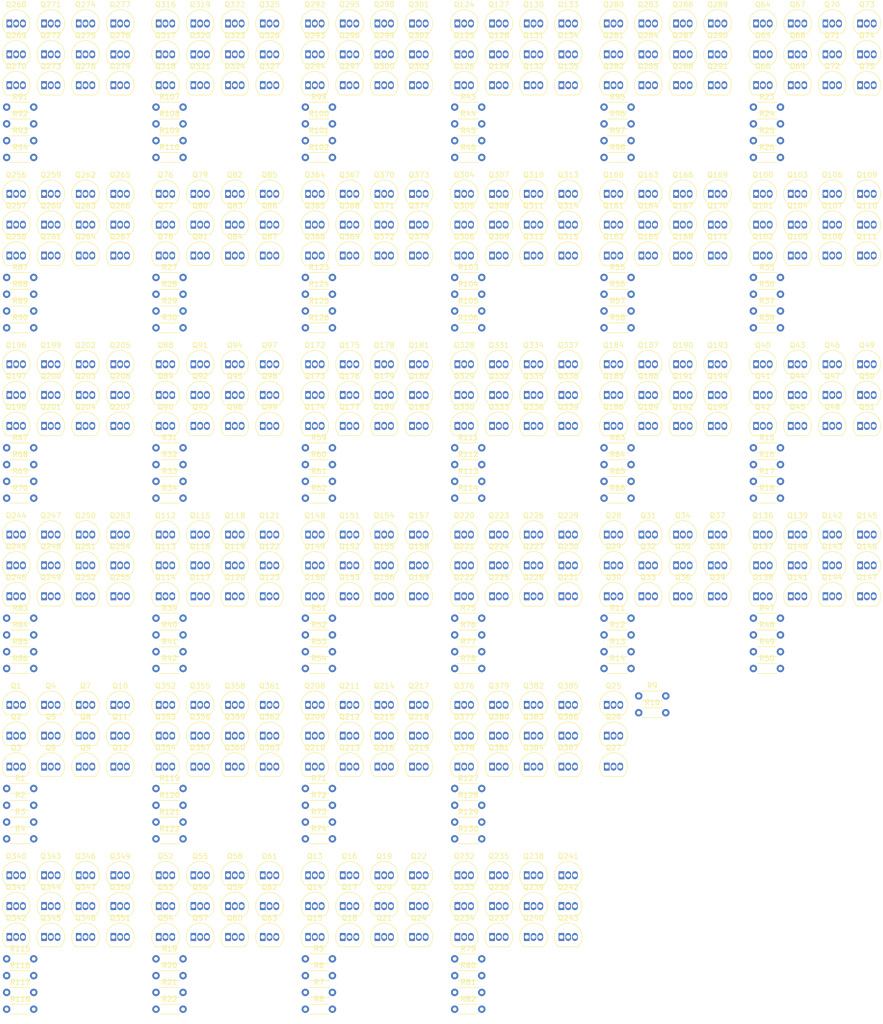
<source format=kicad_pcb>
(kicad_pcb (version 20240108) (generator "pcbnew") (generator_version "8.0")
  (layers (0 "F.Cu" signal) (31 "B.Cu" signal) (34 "B.Paste" user) (35 "F.Paste" user) (36 "B.SilkS" user "B.Silkscreen") (37 "F.SilkS" user "F.Silkscreen") (38 "B.Mask" user) (39 "F.Mask" user) (44 "Edge.Cuts" user))
  (net 0 "")
  (net 1 "Net-(Q1-S)")
  (net 2 "Net-(Q1-D)")
  (net 3 "/jk-flipflop2/!Q")
  (net 4 "Net-(Q2-S)")
  (net 5 "/jk-flipflop2/j")
  (net 6 "GND")
  (net 7 "/jk-flipflop2/clk")
  (net 8 "Net-(Q11-G)")
  (net 9 "Net-(Q4-S)")
  (net 10 "/jk-flipflop2/k")
  (net 11 "Net-(Q5-S)")
  (net 12 "/jk-flipflop2/Q")
  (net 13 "Net-(Q7-S)")
  (net 14 "Net-(Q8-S)")
  (net 15 "/jk-flipflop2/preset")
  (net 16 "Net-(Q10-S)")
  (net 17 "Net-(Q11-S)")
  (net 18 "/jk-flipflop2/reset")
  (net 19 "/jk-flipflop3/!Q")
  (net 20 "Net-(Q13-D)")
  (net 21 "Net-(Q13-S)")
  (net 22 "Net-(Q14-S)")
  (net 23 "/jk-flipflop3/j")
  (net 24 "/jk-flipflop3/clk")
  (net 25 "Net-(Q16-S)")
  (net 26 "Net-(Q16-D)")
  (net 27 "Net-(Q17-S)")
  (net 28 "/jk-flipflop3/k")
  (net 29 "/jk-flipflop3/Q")
  (net 30 "Net-(Q19-S)")
  (net 31 "Net-(Q20-S)")
  (net 32 "/jk-flipflop3/preset")
  (net 33 "Net-(Q22-S)")
  (net 34 "Net-(Q23-S)")
  (net 35 "/jk-flipflop3/reset")
  (net 36 "/and/in0")
  (net 37 "Net-(Q25-D)")
  (net 38 "Net-(Q25-S)")
  (net 39 "/and/in1")
  (net 40 "/and/out")
  (net 41 "Net-(Q28-D)")
  (net 42 "/jk-flipflop4/!Q")
  (net 43 "Net-(Q28-S)")
  (net 44 "Net-(Q29-S)")
  (net 45 "/jk-flipflop4/j")
  (net 46 "/jk-flipflop4/clk")
  (net 47 "Net-(Q31-S)")
  (net 48 "Net-(Q31-D)")
  (net 49 "Net-(Q32-S)")
  (net 50 "/jk-flipflop4/k")
  (net 51 "/jk-flipflop4/Q")
  (net 52 "Net-(Q34-S)")
  (net 53 "Net-(Q35-S)")
  (net 54 "/jk-flipflop4/preset")
  (net 55 "Net-(Q37-S)")
  (net 56 "Net-(Q38-S)")
  (net 57 "/jk-flipflop4/reset")
  (net 58 "Net-(Q40-D)")
  (net 59 "Net-(Q40-S)")
  (net 60 "/jk-flipflop5/!Q")
  (net 61 "/jk-flipflop5/j")
  (net 62 "Net-(Q41-S)")
  (net 63 "/jk-flipflop5/clk")
  (net 64 "Net-(Q43-D)")
  (net 65 "Net-(Q43-S)")
  (net 66 "/jk-flipflop5/k")
  (net 67 "Net-(Q44-S)")
  (net 68 "/jk-flipflop5/Q")
  (net 69 "Net-(Q46-S)")
  (net 70 "Net-(Q47-S)")
  (net 71 "/jk-flipflop5/preset")
  (net 72 "Net-(Q49-S)")
  (net 73 "Net-(Q50-S)")
  (net 74 "/jk-flipflop5/reset")
  (net 75 "Net-(Q52-D)")
  (net 76 "/jk-flipflop6/!Q")
  (net 77 "Net-(Q52-S)")
  (net 78 "Net-(Q53-S)")
  (net 79 "/jk-flipflop6/j")
  (net 80 "/jk-flipflop6/clk")
  (net 81 "Net-(Q55-D)")
  (net 82 "Net-(Q55-S)")
  (net 83 "Net-(Q56-S)")
  (net 84 "/jk-flipflop6/k")
  (net 85 "/jk-flipflop6/Q")
  (net 86 "Net-(Q58-S)")
  (net 87 "Net-(Q59-S)")
  (net 88 "/jk-flipflop6/preset")
  (net 89 "Net-(Q61-S)")
  (net 90 "Net-(Q62-S)")
  (net 91 "/jk-flipflop6/reset")
  (net 92 "Net-(Q64-D)")
  (net 93 "Net-(Q64-S)")
  (net 94 "/jk-flipflop7/!Q")
  (net 95 "/jk-flipflop7/j")
  (net 96 "Net-(Q65-S)")
  (net 97 "/jk-flipflop7/clk")
  (net 98 "Net-(Q67-D)")
  (net 99 "Net-(Q67-S)")
  (net 100 "Net-(Q68-S)")
  (net 101 "/jk-flipflop7/k")
  (net 102 "/jk-flipflop7/Q")
  (net 103 "Net-(Q70-S)")
  (net 104 "Net-(Q71-S)")
  (net 105 "/jk-flipflop7/preset")
  (net 106 "Net-(Q73-S)")
  (net 107 "Net-(Q74-S)")
  (net 108 "/jk-flipflop7/reset")
  (net 109 "Net-(Q76-S)")
  (net 110 "/jk-flipflop8/!Q")
  (net 111 "Net-(Q76-D)")
  (net 112 "Net-(Q77-S)")
  (net 113 "/jk-flipflop8/j")
  (net 114 "/jk-flipflop8/clk")
  (net 115 "Net-(Q79-D)")
  (net 116 "Net-(Q79-S)")
  (net 117 "/jk-flipflop8/k")
  (net 118 "Net-(Q80-S)")
  (net 119 "/jk-flipflop8/Q")
  (net 120 "Net-(Q82-S)")
  (net 121 "Net-(Q83-S)")
  (net 122 "/jk-flipflop8/preset")
  (net 123 "Net-(Q85-S)")
  (net 124 "Net-(Q86-S)")
  (net 125 "/jk-flipflop8/reset")
  (net 126 "/jk-flipflop9/!Q")
  (net 127 "Net-(Q88-D)")
  (net 128 "Net-(Q88-S)")
  (net 129 "/jk-flipflop9/j")
  (net 130 "Net-(Q89-S)")
  (net 131 "/jk-flipflop9/clk")
  (net 132 "Net-(Q91-D)")
  (net 133 "Net-(Q91-S)")
  (net 134 "Net-(Q92-S)")
  (net 135 "/jk-flipflop9/k")
  (net 136 "/jk-flipflop9/Q")
  (net 137 "Net-(Q94-S)")
  (net 138 "Net-(Q95-S)")
  (net 139 "/jk-flipflop9/preset")
  (net 140 "Net-(Q97-S)")
  (net 141 "Net-(Q98-S)")
  (net 142 "/jk-flipflop9/reset")
  (net 143 "Net-(Q100-S)")
  (net 144 "/jk-flipflop10/!Q")
  (net 145 "Net-(Q100-D)")
  (net 146 "/jk-flipflop10/j")
  (net 147 "Net-(Q101-S)")
  (net 148 "/jk-flipflop10/clk")
  (net 149 "Net-(Q103-D)")
  (net 150 "Net-(Q103-S)")
  (net 151 "Net-(Q104-S)")
  (net 152 "/jk-flipflop10/k")
  (net 153 "/jk-flipflop10/Q")
  (net 154 "Net-(Q106-S)")
  (net 155 "Net-(Q107-S)")
  (net 156 "/jk-flipflop10/preset")
  (net 157 "Net-(Q109-S)")
  (net 158 "Net-(Q110-S)")
  (net 159 "/jk-flipflop10/reset")
  (net 160 "/jk-flipflop11/!Q")
  (net 161 "Net-(Q112-D)")
  (net 162 "Net-(Q112-S)")
  (net 163 "Net-(Q113-S)")
  (net 164 "/jk-flipflop11/j")
  (net 165 "/jk-flipflop11/clk")
  (net 166 "Net-(Q115-S)")
  (net 167 "Net-(Q115-D)")
  (net 168 "/jk-flipflop11/k")
  (net 169 "Net-(Q116-S)")
  (net 170 "/jk-flipflop11/Q")
  (net 171 "Net-(Q118-S)")
  (net 172 "Net-(Q119-S)")
  (net 173 "/jk-flipflop11/preset")
  (net 174 "Net-(Q121-S)")
  (net 175 "Net-(Q122-S)")
  (net 176 "/jk-flipflop11/reset")
  (net 177 "Net-(Q124-S)")
  (net 178 "/jk-flipflop12/!Q")
  (net 179 "Net-(Q124-D)")
  (net 180 "/jk-flipflop12/j")
  (net 181 "Net-(Q125-S)")
  (net 182 "/jk-flipflop12/clk")
  (net 183 "Net-(Q127-S)")
  (net 184 "Net-(Q127-D)")
  (net 185 "/jk-flipflop12/k")
  (net 186 "Net-(Q128-S)")
  (net 187 "/jk-flipflop12/Q")
  (net 188 "Net-(Q130-S)")
  (net 189 "Net-(Q131-S)")
  (net 190 "/jk-flipflop12/preset")
  (net 191 "Net-(Q133-S)")
  (net 192 "Net-(Q134-S)")
  (net 193 "/jk-flipflop12/reset")
  (net 194 "Net-(Q136-D)")
  (net 195 "/jk-flipflop13/!Q")
  (net 196 "Net-(Q136-S)")
  (net 197 "/jk-flipflop13/j")
  (net 198 "Net-(Q137-S)")
  (net 199 "/jk-flipflop13/clk")
  (net 200 "Net-(Q139-S)")
  (net 201 "Net-(Q139-D)")
  (net 202 "Net-(Q140-S)")
  (net 203 "/jk-flipflop13/k")
  (net 204 "/jk-flipflop13/Q")
  (net 205 "Net-(Q142-S)")
  (net 206 "Net-(Q143-S)")
  (net 207 "/jk-flipflop13/preset")
  (net 208 "Net-(Q145-S)")
  (net 209 "Net-(Q146-S)")
  (net 210 "/jk-flipflop13/reset")
  (net 211 "Net-(Q148-D)")
  (net 212 "/jk-flipflop14/!Q")
  (net 213 "Net-(Q148-S)")
  (net 214 "/jk-flipflop14/j")
  (net 215 "Net-(Q149-S)")
  (net 216 "/jk-flipflop14/clk")
  (net 217 "Net-(Q151-S)")
  (net 218 "Net-(Q151-D)")
  (net 219 "Net-(Q152-S)")
  (net 220 "/jk-flipflop14/k")
  (net 221 "/jk-flipflop14/Q")
  (net 222 "Net-(Q154-S)")
  (net 223 "Net-(Q155-S)")
  (net 224 "/jk-flipflop14/preset")
  (net 225 "Net-(Q157-S)")
  (net 226 "Net-(Q158-S)")
  (net 227 "/jk-flipflop14/reset")
  (net 228 "/jk-flipflop15/!Q")
  (net 229 "Net-(Q160-S)")
  (net 230 "Net-(Q160-D)")
  (net 231 "/jk-flipflop15/j")
  (net 232 "Net-(Q161-S)")
  (net 233 "/jk-flipflop15/clk")
  (net 234 "Net-(Q163-S)")
  (net 235 "Net-(Q163-D)")
  (net 236 "/jk-flipflop15/k")
  (net 237 "Net-(Q164-S)")
  (net 238 "/jk-flipflop15/Q")
  (net 239 "Net-(Q166-S)")
  (net 240 "Net-(Q167-S)")
  (net 241 "/jk-flipflop15/preset")
  (net 242 "Net-(Q169-S)")
  (net 243 "Net-(Q170-S)")
  (net 244 "/jk-flipflop15/reset")
  (net 245 "Net-(Q172-D)")
  (net 246 "/jk-flipflop16/!Q")
  (net 247 "Net-(Q172-S)")
  (net 248 "/jk-flipflop16/j")
  (net 249 "Net-(Q173-S)")
  (net 250 "/jk-flipflop16/clk")
  (net 251 "Net-(Q175-D)")
  (net 252 "Net-(Q175-S)")
  (net 253 "Net-(Q176-S)")
  (net 254 "/jk-flipflop16/k")
  (net 255 "/jk-flipflop16/Q")
  (net 256 "Net-(Q178-S)")
  (net 257 "Net-(Q179-S)")
  (net 258 "/jk-flipflop16/preset")
  (net 259 "Net-(Q181-S)")
  (net 260 "Net-(Q182-S)")
  (net 261 "/jk-flipflop16/reset")
  (net 262 "/jk-flipflop17/!Q")
  (net 263 "Net-(Q184-D)")
  (net 264 "Net-(Q184-S)")
  (net 265 "/jk-flipflop17/j")
  (net 266 "Net-(Q185-S)")
  (net 267 "/jk-flipflop17/clk")
  (net 268 "Net-(Q187-S)")
  (net 269 "Net-(Q187-D)")
  (net 270 "/jk-flipflop17/k")
  (net 271 "Net-(Q188-S)")
  (net 272 "/jk-flipflop17/Q")
  (net 273 "Net-(Q190-S)")
  (net 274 "Net-(Q191-S)")
  (net 275 "/jk-flipflop17/preset")
  (net 276 "Net-(Q193-S)")
  (net 277 "Net-(Q194-S)")
  (net 278 "/jk-flipflop17/reset")
  (net 279 "Net-(Q196-D)")
  (net 280 "/jk-flipflop18/!Q")
  (net 281 "Net-(Q196-S)")
  (net 282 "/jk-flipflop18/j")
  (net 283 "Net-(Q197-S)")
  (net 284 "/jk-flipflop18/clk")
  (net 285 "Net-(Q199-D)")
  (net 286 "Net-(Q199-S)")
  (net 287 "Net-(Q200-S)")
  (net 288 "/jk-flipflop18/k")
  (net 289 "/jk-flipflop18/Q")
  (net 290 "Net-(Q202-S)")
  (net 291 "Net-(Q203-S)")
  (net 292 "/jk-flipflop18/preset")
  (net 293 "Net-(Q205-S)")
  (net 294 "Net-(Q206-S)")
  (net 295 "/jk-flipflop18/reset")
  (net 296 "Net-(Q208-S)")
  (net 297 "/jk-flipflop19/!Q")
  (net 298 "Net-(Q208-D)")
  (net 299 "/jk-flipflop19/j")
  (net 300 "Net-(Q209-S)")
  (net 301 "/jk-flipflop19/clk")
  (net 302 "Net-(Q211-S)")
  (net 303 "Net-(Q211-D)")
  (net 304 "Net-(Q212-S)")
  (net 305 "/jk-flipflop19/k")
  (net 306 "/jk-flipflop19/Q")
  (net 307 "Net-(Q214-S)")
  (net 308 "Net-(Q215-S)")
  (net 309 "/jk-flipflop19/preset")
  (net 310 "Net-(Q217-S)")
  (net 311 "Net-(Q218-S)")
  (net 312 "/jk-flipflop19/reset")
  (net 313 "Net-(Q220-S)")
  (net 314 "/jk-flipflop20/!Q")
  (net 315 "Net-(Q220-D)")
  (net 316 "Net-(Q221-S)")
  (net 317 "/jk-flipflop20/j")
  (net 318 "/jk-flipflop20/clk")
  (net 319 "Net-(Q223-S)")
  (net 320 "Net-(Q223-D)")
  (net 321 "Net-(Q224-S)")
  (net 322 "/jk-flipflop20/k")
  (net 323 "/jk-flipflop20/Q")
  (net 324 "Net-(Q226-S)")
  (net 325 "Net-(Q227-S)")
  (net 326 "/jk-flipflop20/preset")
  (net 327 "Net-(Q229-S)")
  (net 328 "Net-(Q230-S)")
  (net 329 "/jk-flipflop20/reset")
  (net 330 "Net-(Q232-D)")
  (net 331 "/jk-flipflop21/!Q")
  (net 332 "Net-(Q232-S)")
  (net 333 "/jk-flipflop21/j")
  (net 334 "Net-(Q233-S)")
  (net 335 "/jk-flipflop21/clk")
  (net 336 "Net-(Q235-D)")
  (net 337 "Net-(Q235-S)")
  (net 338 "Net-(Q236-S)")
  (net 339 "/jk-flipflop21/k")
  (net 340 "/jk-flipflop21/Q")
  (net 341 "Net-(Q238-S)")
  (net 342 "Net-(Q239-S)")
  (net 343 "/jk-flipflop21/preset")
  (net 344 "Net-(Q241-S)")
  (net 345 "Net-(Q242-S)")
  (net 346 "/jk-flipflop21/reset")
  (net 347 "Net-(Q244-S)")
  (net 348 "Net-(Q244-D)")
  (net 349 "/jk-flipflop22/!Q")
  (net 350 "Net-(Q245-S)")
  (net 351 "/jk-flipflop22/j")
  (net 352 "/jk-flipflop22/clk")
  (net 353 "Net-(Q247-S)")
  (net 354 "Net-(Q247-D)")
  (net 355 "/jk-flipflop22/k")
  (net 356 "Net-(Q248-S)")
  (net 357 "/jk-flipflop22/Q")
  (net 358 "Net-(Q250-S)")
  (net 359 "Net-(Q251-S)")
  (net 360 "/jk-flipflop22/preset")
  (net 361 "Net-(Q253-S)")
  (net 362 "Net-(Q254-S)")
  (net 363 "/jk-flipflop22/reset")
  (net 364 "/jk-flipflop23/!Q")
  (net 365 "Net-(Q256-D)")
  (net 366 "Net-(Q256-S)")
  (net 367 "/jk-flipflop23/j")
  (net 368 "Net-(Q257-S)")
  (net 369 "/jk-flipflop23/clk")
  (net 370 "Net-(Q259-D)")
  (net 371 "Net-(Q259-S)")
  (net 372 "/jk-flipflop23/k")
  (net 373 "Net-(Q260-S)")
  (net 374 "/jk-flipflop23/Q")
  (net 375 "Net-(Q262-S)")
  (net 376 "Net-(Q263-S)")
  (net 377 "/jk-flipflop23/preset")
  (net 378 "Net-(Q265-S)")
  (net 379 "Net-(Q266-S)")
  (net 380 "/jk-flipflop23/reset")
  (net 381 "Net-(Q268-S)")
  (net 382 "Net-(Q268-D)")
  (net 383 "/jk-flipflop24/!Q")
  (net 384 "Net-(Q269-S)")
  (net 385 "/jk-flipflop24/j")
  (net 386 "/jk-flipflop24/clk")
  (net 387 "Net-(Q271-S)")
  (net 388 "Net-(Q271-D)")
  (net 389 "/jk-flipflop24/k")
  (net 390 "Net-(Q272-S)")
  (net 391 "/jk-flipflop24/Q")
  (net 392 "Net-(Q274-S)")
  (net 393 "Net-(Q275-S)")
  (net 394 "/jk-flipflop24/preset")
  (net 395 "Net-(Q277-S)")
  (net 396 "Net-(Q278-S)")
  (net 397 "/jk-flipflop24/reset")
  (net 398 "Net-(Q280-S)")
  (net 399 "/jk-flipflop25/!Q")
  (net 400 "Net-(Q280-D)")
  (net 401 "Net-(Q281-S)")
  (net 402 "/jk-flipflop25/j")
  (net 403 "/jk-flipflop25/clk")
  (net 404 "Net-(Q283-D)")
  (net 405 "Net-(Q283-S)")
  (net 406 "/jk-flipflop25/k")
  (net 407 "Net-(Q284-S)")
  (net 408 "/jk-flipflop25/Q")
  (net 409 "Net-(Q286-S)")
  (net 410 "Net-(Q287-S)")
  (net 411 "/jk-flipflop25/preset")
  (net 412 "Net-(Q289-S)")
  (net 413 "Net-(Q290-S)")
  (net 414 "/jk-flipflop25/reset")
  (net 415 "Net-(Q292-S)")
  (net 416 "Net-(Q292-D)")
  (net 417 "/jk-flipflop26/!Q")
  (net 418 "Net-(Q293-S)")
  (net 419 "/jk-flipflop26/j")
  (net 420 "/jk-flipflop26/clk")
  (net 421 "Net-(Q295-D)")
  (net 422 "Net-(Q295-S)")
  (net 423 "Net-(Q296-S)")
  (net 424 "/jk-flipflop26/k")
  (net 425 "/jk-flipflop26/Q")
  (net 426 "Net-(Q298-S)")
  (net 427 "Net-(Q299-S)")
  (net 428 "/jk-flipflop26/preset")
  (net 429 "Net-(Q301-S)")
  (net 430 "Net-(Q302-S)")
  (net 431 "/jk-flipflop26/reset")
  (net 432 "/jk-flipflop27/!Q")
  (net 433 "Net-(Q304-D)")
  (net 434 "Net-(Q304-S)")
  (net 435 "/jk-flipflop27/j")
  (net 436 "Net-(Q305-S)")
  (net 437 "/jk-flipflop27/clk")
  (net 438 "Net-(Q307-D)")
  (net 439 "Net-(Q307-S)")
  (net 440 "/jk-flipflop27/k")
  (net 441 "Net-(Q308-S)")
  (net 442 "/jk-flipflop27/Q")
  (net 443 "Net-(Q310-S)")
  (net 444 "Net-(Q311-S)")
  (net 445 "/jk-flipflop27/preset")
  (net 446 "Net-(Q313-S)")
  (net 447 "Net-(Q314-S)")
  (net 448 "/jk-flipflop27/reset")
  (net 449 "Net-(Q316-D)")
  (net 450 "/jk-flipflop28/!Q")
  (net 451 "Net-(Q316-S)")
  (net 452 "Net-(Q317-S)")
  (net 453 "/jk-flipflop28/j")
  (net 454 "/jk-flipflop28/clk")
  (net 455 "Net-(Q319-S)")
  (net 456 "Net-(Q319-D)")
  (net 457 "/jk-flipflop28/k")
  (net 458 "Net-(Q320-S)")
  (net 459 "/jk-flipflop28/Q")
  (net 460 "Net-(Q322-S)")
  (net 461 "Net-(Q323-S)")
  (net 462 "/jk-flipflop28/preset")
  (net 463 "Net-(Q325-S)")
  (net 464 "Net-(Q326-S)")
  (net 465 "/jk-flipflop28/reset")
  (net 466 "Net-(Q328-S)")
  (net 467 "Net-(Q328-D)")
  (net 468 "/jk-flipflop29/!Q")
  (net 469 "/jk-flipflop29/j")
  (net 470 "Net-(Q329-S)")
  (net 471 "/jk-flipflop29/clk")
  (net 472 "Net-(Q331-D)")
  (net 473 "Net-(Q331-S)")
  (net 474 "Net-(Q332-S)")
  (net 475 "/jk-flipflop29/k")
  (net 476 "/jk-flipflop29/Q")
  (net 477 "Net-(Q334-S)")
  (net 478 "Net-(Q335-S)")
  (net 479 "/jk-flipflop29/preset")
  (net 480 "Net-(Q337-S)")
  (net 481 "Net-(Q338-S)")
  (net 482 "/jk-flipflop29/reset")
  (net 483 "Net-(Q340-S)")
  (net 484 "/jk-flipflop30/!Q")
  (net 485 "Net-(Q340-D)")
  (net 486 "Net-(Q341-S)")
  (net 487 "/jk-flipflop30/j")
  (net 488 "/jk-flipflop30/clk")
  (net 489 "Net-(Q343-S)")
  (net 490 "Net-(Q343-D)")
  (net 491 "Net-(Q344-S)")
  (net 492 "/jk-flipflop30/k")
  (net 493 "/jk-flipflop30/Q")
  (net 494 "Net-(Q346-S)")
  (net 495 "Net-(Q347-S)")
  (net 496 "/jk-flipflop30/preset")
  (net 497 "Net-(Q349-S)")
  (net 498 "Net-(Q350-S)")
  (net 499 "/jk-flipflop30/reset")
  (net 500 "/jk-flipflop31/!Q")
  (net 501 "Net-(Q352-D)")
  (net 502 "Net-(Q352-S)")
  (net 503 "Net-(Q353-S)")
  (net 504 "/jk-flipflop31/j")
  (net 505 "/jk-flipflop31/clk")
  (net 506 "Net-(Q355-D)")
  (net 507 "Net-(Q355-S)")
  (net 508 "/jk-flipflop31/k")
  (net 509 "Net-(Q356-S)")
  (net 510 "/jk-flipflop31/Q")
  (net 511 "Net-(Q358-S)")
  (net 512 "Net-(Q359-S)")
  (net 513 "/jk-flipflop31/preset")
  (net 514 "Net-(Q361-S)")
  (net 515 "Net-(Q362-S)")
  (net 516 "/jk-flipflop31/reset")
  (net 517 "Net-(Q364-S)")
  (net 518 "Net-(Q364-D)")
  (net 519 "/jk-flipflop32/!Q")
  (net 520 "/jk-flipflop32/j")
  (net 521 "Net-(Q365-S)")
  (net 522 "/jk-flipflop32/clk")
  (net 523 "Net-(Q367-S)")
  (net 524 "Net-(Q367-D)")
  (net 525 "/jk-flipflop32/k")
  (net 526 "Net-(Q368-S)")
  (net 527 "/jk-flipflop32/Q")
  (net 528 "Net-(Q370-S)")
  (net 529 "Net-(Q371-S)")
  (net 530 "/jk-flipflop32/preset")
  (net 531 "Net-(Q373-S)")
  (net 532 "Net-(Q374-S)")
  (net 533 "/jk-flipflop32/reset")
  (net 534 "Net-(Q376-D)")
  (net 535 "Net-(Q376-S)")
  (net 536 "/jk-flipflop33/!Q")
  (net 537 "/jk-flipflop33/j")
  (net 538 "Net-(Q377-S)")
  (net 539 "/jk-flipflop33/clk")
  (net 540 "Net-(Q379-D)")
  (net 541 "Net-(Q379-S)")
  (net 542 "/jk-flipflop33/k")
  (net 543 "Net-(Q380-S)")
  (net 544 "/jk-flipflop33/Q")
  (net 545 "Net-(Q382-S)")
  (net 546 "Net-(Q383-S)")
  (net 547 "/jk-flipflop33/preset")
  (net 548 "Net-(Q385-S)")
  (net 549 "Net-(Q386-S)")
  (net 550 "/jk-flipflop33/reset")
  (net 551 "+5V")
  (footprint "Package_TO_SOT_THT:TO-92_Inline" (layer "F.Cu") (at 144.526 105.664)
    (property "Reference" "Q147")
    (property "Value" "2N7000")
  )
  (footprint "Package_TO_SOT_THT:TO-92_Inline" (layer "F.Cu") (at 25.856 67.904)
    (property "Reference" "Q95")
    (property "Value" "2N7000")
  )
  (footprint "Package_TO_SOT_THT:TO-92_Inline" (layer "F.Cu") (at 47.386 67.904)
    (property "Reference" "Q176")
    (property "Value" "2N7000")
  )
  (footprint "Package_TO_SOT_THT:TO-92_Inline" (layer "F.Cu") (at -2.184 41.724)
    (property "Reference" "Q264")
    (property "Value" "2N7000")
  )
  (footprint "Package_TO_SOT_THT:TO-92_Inline" (layer "F.Cu") (at 109.976 -1.826)
    (property "Reference" "Q286")
    (property "Value" "2N7000")
  )
  (footprint "Package_TO_SOT_THT:TO-92_Inline" (layer "F.Cu") (at 12.836 67.904)
    (property "Reference" "Q89")
    (property "Value" "2N7000")
  )
  (footprint "Package_TO_SOT_THT:TO-92_Inline" (layer "F.Cu") (at 88.446 35.934)
    (property "Reference" "Q314")
    (property "Value" "2N7000")
  )
  (footprint "Package_TO_SOT_THT:TO-92_Inline" (layer "F.Cu") (at 124.996 9.754)
    (property "Reference" "Q66")
    (property "Value" "2N7000")
  )
  (footprint "Resistor_THT:R_Axial_DIN0204_L3.6mm_D1.6mm_P5.08mm_Horizontal" (layer "F.Cu") (at 96.446 17.014)
    (property "Reference" "R96")
    (property "Value" "10K")
  )
  (footprint "Package_TO_SOT_THT:TO-92_Inline" (layer "F.Cu") (at 40.876 -1.826)
    (property "Reference" "Q292")
    (property "Value" "2N7000")
  )
  (footprint "Resistor_THT:R_Axial_DIN0204_L3.6mm_D1.6mm_P5.08mm_Horizontal" (layer "F.Cu") (at 124.486 45.834)
    (property "Reference" "R35")
    (property "Value" "10K")
  )
  (footprint "Resistor_THT:R_Axial_DIN0204_L3.6mm_D1.6mm_P5.08mm_Horizontal" (layer "F.Cu") (at 124.486 80.954)
    (property "Reference" "R16")
    (property "Value" "10K")
  )
  (footprint "Package_TO_SOT_THT:TO-92_Inline" (layer "F.Cu") (at 131.506 41.724)
    (property "Reference" "Q105")
    (property "Value" "2N7000")
  )
  (footprint "Resistor_THT:R_Axial_DIN0204_L3.6mm_D1.6mm_P5.08mm_Horizontal" (layer "F.Cu") (at 124.486 77.804)
    (property "Reference" "R15")
    (property "Value" "10K")
  )
  (footprint "Package_TO_SOT_THT:TO-92_Inline" (layer "F.Cu") (at 75.426 3.964)
    (property "Reference" "Q128")
    (property "Value" "2N7000")
  )
  (footprint "Package_TO_SOT_THT:TO-92_Inline" (layer "F.Cu") (at -15.204 9.754)
    (property "Reference" "Q270")
    (property "Value" "2N7000")
  )
  (footprint "Package_TO_SOT_THT:TO-92_Inline" (layer "F.Cu") (at -2.184 -1.826)
    (property "Reference" "Q274")
    (property "Value" "2N7000")
  )
  (footprint "Package_TO_SOT_THT:TO-92_Inline" (layer "F.Cu") (at 12.836 3.964)
    (property "Reference" "Q317")
    (property "Value" "2N7000")
  )
  (footprint "Resistor_THT:R_Axial_DIN0204_L3.6mm_D1.6mm_P5.08mm_Horizontal" (layer "F.Cu") (at -15.714 77.804)
    (property "Reference" "R67")
    (property "Value" "10K")
  )
  (footprint "Resistor_THT:R_Axial_DIN0204_L3.6mm_D1.6mm_P5.08mm_Horizontal" (layer "F.Cu") (at 124.486 84.104)
    (property "Reference" "R17")
    (property "Value" "10K")
  )
  (footprint "Resistor_THT:R_Axial_DIN0204_L3.6mm_D1.6mm_P5.08mm_Horizontal" (layer "F.Cu") (at 68.406 119.224)
    (property "Reference" "R78")
    (property "Value" "10K")
  )
  (footprint "Resistor_THT:R_Axial_DIN0204_L3.6mm_D1.6mm_P5.08mm_Horizontal" (layer "F.Cu") (at 12.326 80.954)
    (property "Reference" "R32")
    (property "Value" "10K")
  )
  (footprint "Package_TO_SOT_THT:TO-92_Inline" (layer "F.Cu") (at -15.204 137.634)
    (property "Reference" "Q3")
    (property "Value" "2N7000")
  )
  (footprint "Package_TO_SOT_THT:TO-92_Inline" (layer "F.Cu") (at 4.326 62.114)
    (property "Reference" "Q205")
    (property "Value" "2N7000")
  )
  (footprint "Package_TO_SOT_THT:TO-92_Inline" (layer "F.Cu") (at 32.366 -1.826)
    (property "Reference" "Q325")
    (property "Value" "2N7000")
  )
  (footprint "Package_TO_SOT_THT:TO-92_Inline" (layer "F.Cu") (at 60.406 73.694)
    (property "Reference" "Q183")
    (property "Value" "2N7000")
  )
  (footprint "Package_TO_SOT_THT:TO-92_Inline" (layer "F.Cu") (at -15.204 163.814)
    (property "Reference" "Q341")
    (property "Value" "2N7000")
  )
  (footprint "Package_TO_SOT_THT:TO-92_Inline" (layer "F.Cu") (at -2.184 35.934)
    (property "Reference" "Q263")
    (property "Value" "2N7000")
  )
  (footprint "Package_TO_SOT_THT:TO-92_Inline" (layer "F.Cu") (at 32.366 94.084)
    (property "Reference" "Q121")
    (property "Value" "2N7000")
  )
  (footprint "Package_TO_SOT_THT:TO-92_Inline" (layer "F.Cu") (at 138.016 99.874)
    (property "Reference" "Q143")
    (property "Value" "2N7000")
  )
  (footprint "Package_TO_SOT_THT:TO-92_Inline" (layer "F.Cu") (at -15.204 169.604)
    (property "Reference" "Q342")
    (property "Value" "2N7000")
  )
  (footprint "Package_TO_SOT_THT:TO-92_Inline" (layer "F.Cu") (at 68.916 99.874)
    (property "Reference" "Q221")
    (property "Value" "2N7000")
  )
  (footprint "Resistor_THT:R_Axial_DIN0204_L3.6mm_D1.6mm_P5.08mm_Horizontal" (layer "F.Cu") (at -15.714 84.104)
    (property "Reference" "R69")
    (property "Value" "10K")
  )
  (footprint "Resistor_THT:R_Axial_DIN0204_L3.6mm_D1.6mm_P5.08mm_Horizontal" (layer "F.Cu") (at 68.406 151.194)
    (property "Reference" "R130")
    (property "Value" "10K")
  )
  (footprint "Package_TO_SOT_THT:TO-92_Inline" (layer "F.Cu") (at 96.956 137.634)
    (property "Reference" "Q27")
    (property "Value" "2N7000")
  )
  (footprint "Package_TO_SOT_THT:TO-92_Inline" (layer "F.Cu") (at 103.466 3.964)
    (property "Reference" "Q284")
    (property "Value" "2N7000")
  )
  (footprint "Package_TO_SOT_THT:TO-92_Inline" (layer "F.Cu") (at 4.326 137.634)
    (property "Reference" "Q12")
    (property "Value" "2N7000")
  )
  (footprint "Resistor_THT:R_Axial_DIN0204_L3.6mm_D1.6mm_P5.08mm_Horizontal" (layer "F.Cu") (at -15.714 52.134)
    (property "Reference" "R89")
    (property "Value" "10K")
  )
  (footprint "Package_TO_SOT_THT:TO-92_Inline" (layer "F.Cu") (at 53.896 67.904)
    (property "Reference" "Q179")
    (property "Value" "2N7000")
  )
  (footprint "Package_TO_SOT_THT:TO-92_Inline" (layer "F.Cu") (at 88.446 131.844)
    (property "Reference" "Q386")
    (property "Value" "2N7000")
  )
  (footprint "Package_TO_SOT_THT:TO-92_Inline" (layer "F.Cu") (at 144.526 94.084)
    (property "Reference" "Q145")
    (property "Value" "2N7000")
  )
  (footprint "Package_TO_SOT_THT:TO-92_Inline" (layer "F.Cu") (at 19.346 30.144)
    (property "Reference" "Q79")
    (property "Value" "2N7000")
  )
  (footprint "Package_TO_SOT_THT:TO-92_Inline" (layer "F.Cu") (at 116.486 35.934)
    (property "Reference" "Q170")
    (property "Value" "2N7000")
  )
  (footprint "Package_TO_SOT_THT:TO-92_Inline" (layer "F.Cu") (at 47.386 62.114)
    (property "Reference" "Q175")
    (property "Value" "2N7000")
  )
  (footprint "Package_TO_SOT_THT:TO-92_Inline" (layer "F.Cu") (at 47.386 131.844)
    (property "Reference" "Q212")
    (property "Value" "2N7000")
  )
  (footprint "Package_TO_SOT_THT:TO-92_Inline" (layer "F.Cu") (at 32.366 163.814)
    (property "Reference" "Q62")
    (property "Value" "2N7000")
  )
  (footprint "Package_TO_SOT_THT:TO-92_Inline" (layer "F.Cu") (at 131.506 73.694)
    (property "Reference" "Q45")
    (property "Value" "2N7000")
  )
  (footprint "Package_TO_SOT_THT:TO-92_Inline" (layer "F.Cu") (at 88.446 73.694)
    (property "Reference" "Q339")
    (property "Value" "2N7000")
  )
  (footprint "Resistor_THT:R_Axial_DIN0204_L3.6mm_D1.6mm_P5.08mm_Horizontal" (layer "F.Cu") (at -15.714 151.194)
    (property "Reference" "R4")
    (property "Value" "10K")
  )
  (footprint "Package_TO_SOT_THT:TO-92_Inline" (layer "F.Cu") (at 40.876 67.904)
    (property "Reference" "Q173")
    (property "Value" "2N7000")
  )
  (footprint "Package_TO_SOT_THT:TO-92_Inline" (layer "F.Cu") (at 75.426 105.664)
    (property "Reference" "Q225")
    (property "Value" "2N7000")
  )
  (footprint "Package_TO_SOT_THT:TO-92_Inline" (layer "F.Cu") (at -8.694 158.024)
    (property "Reference" "Q343")
    (property "Value" "2N7000")
  )
  (footprint "Package_TO_SOT_THT:TO-92_Inline" (layer "F.Cu") (at 40.876 126.054)
    (property "Reference" "Q208")
    (property "Value" "2N7000")
  )
  (footprint "Resistor_THT:R_Axial_DIN0204_L3.6mm_D1.6mm_P5.08mm_Horizontal" (layer "F.Cu") (at 40.366 109.774)
    (property "Reference" "R51")
    (property "Value" "10K")
  )
  (footprint "Resistor_THT:R_Axial_DIN0204_L3.6mm_D1.6mm_P5.08mm_Horizontal" (layer "F.Cu") (at 12.326 23.314)
    (property "Reference" "R110")
    (property "Value" "10K")
  )
  (footprint "Package_TO_SOT_THT:TO-92_Inline" (layer "F.Cu") (at -8.694 41.724)
    (property "Reference" "Q261")
    (property "Value" "2N7000")
  )
  (footprint "Package_TO_SOT_THT:TO-92_Inline" (layer "F.Cu") (at 25.856 62.114)
    (property "Reference" "Q94")
    (property "Value" "2N7000")
  )
  (footprint "Package_TO_SOT_THT:TO-92_Inline" (layer "F.Cu") (at 75.426 158.024)
    (property "Reference" "Q235")
    (property "Value" "2N7000")
  )
  (footprint "Resistor_THT:R_Axial_DIN0204_L3.6mm_D1.6mm_P5.08mm_Horizontal" (layer "F.Cu") (at 12.326 151.194)
    (property "Reference" "R122")
    (property "Value" "10K")
  )
  (footprint "Resistor_THT:R_Axial_DIN0204_L3.6mm_D1.6mm_P5.08mm_Horizontal" (layer "F.Cu") (at -15.714 141.744)
    (property "Reference" "R1")
    (property "Value" "10K")
  )
  (footprint "Resistor_THT:R_Axial_DIN0204_L3.6mm_D1.6mm_P5.08mm_Horizontal" (layer "F.Cu") (at -15.714 17.014)
    (property "Reference" "R92")
    (property "Value" "10K")
  )
  (footprint "Resistor_THT:R_Axial_DIN0204_L3.6mm_D1.6mm_P5.08mm_Horizontal" (layer "F.Cu") (at 40.366 141.744)
    (property "Reference" "R71")
    (property "Value" "10K")
  )
  (footprint "Package_TO_SOT_THT:TO-92_Inline" (layer "F.Cu") (at 32.366 158.024)
    (property "Reference" "Q61")
    (property "Value" "2N7000")
  )
  (footprint "Package_TO_SOT_THT:TO-92_Inline" (layer "F.Cu") (at 12.836 41.724)
    (property "Reference" "Q78")
    (property "Value" "2N7000")
  )
  (footprint "Package_TO_SOT_THT:TO-92_Inline" (layer "F.Cu") (at 4.326 35.934)
    (property "Reference" "Q266")
    (property "Value" "2N7000")
  )
  (footprint "Package_TO_SOT_THT:TO-92_Inline" (layer "F.Cu") (at 109.976 9.754)
    (property "Reference" "Q288")
    (property "Value" "2N7000")
  )
  (footprint "Package_TO_SOT_THT:TO-92_Inline" (layer "F.Cu") (at -15.204 105.664)
    (property "Reference" "Q246")
    (property "Value" "2N7000")
  )
  (footprint "Resistor_THT:R_Axial_DIN0204_L3.6mm_D1.6mm_P5.08mm_Horizontal" (layer "F.Cu") (at 68.406 87.254)
    (property "Reference" "R114")
    (property "Value" "10K")
  )
  (footprint "Package_TO_SOT_THT:TO-92_Inline" (layer "F.Cu") (at 138.016 -1.826)
    (property "Reference" "Q70")
    (property "Value" "2N7000")
  )
  (footprint "Resistor_THT:R_Axial_DIN0204_L3.6mm_D1.6mm_P5.08mm_Horizontal" (layer "F.Cu") (at 102.956 127.524)
    (property "Reference" "R10")
    (property "Value" "10K")
  )
  (footprint "Package_TO_SOT_THT:TO-92_Inline" (layer "F.Cu") (at 81.936 -1.826)
    (property "Reference" "Q130")
    (property "Value" "2N7000")
  )
  (footprint "Resistor_THT:R_Axial_DIN0204_L3.6mm_D1.6mm_P5.08mm_Horizontal" (layer "F.Cu") (at 68.406 17.014)
    (property "Reference" "R44")
    (property "Value" "10K")
  )
  (footprint "Package_TO_SOT_THT:TO-92_Inline" (layer "F.Cu") (at 25.856 131.844)
    (property "Reference" "Q359")
    (property "Value" "2N7000")
  )
  (footprint "Package_TO_SOT_THT:TO-92_Inline" (layer "F.Cu") (at 60.406 62.114)
    (property "Reference" "Q181")
    (property "Value" "2N7000")
  )
  (footprint "Package_TO_SOT_THT:TO-92_Inline" (layer "F.Cu") (at 47.386 137.634)
    (property "Reference" "Q213")
    (property "Value" "2N7000")
  )
  (footprint "Package_TO_SOT_THT:TO-92_Inline" (layer "F.Cu") (at -15.204 3.964)
    (property "Reference" "Q269")
    (property "Value" "2N7000")
  )
  (footprint "Package_TO_SOT_THT:TO-92_Inline" (layer "F.Cu") (at 68.916 9.754)
    (property "Reference" "Q126")
    (property "Value" "2N7000")
  )
  (footprint "Package_TO_SOT_THT:TO-92_Inline" (layer "F.Cu") (at -8.694 67.904)
    (property "Reference" "Q200")
    (property "Value" "2N7000")
  )
  (footprint "Package_TO_SOT_THT:TO-92_Inline" (layer "F.Cu") (at 47.386 3.964)
    (property "Reference" "Q296")
    (property "Value" "2N7000")
  )
  (footprint "Resistor_THT:R_Axial_DIN0204_L3.6mm_D1.6mm_P5.08mm_Horizontal" (layer "F.Cu") (at 40.366 144.894)
    (property "Reference" "R72")
    (property "Value" "10K")
  )
  (footprint "Package_TO_SOT_THT:TO-92_Inline" (layer "F.Cu") (at 116.486 -1.826)
    (property "Reference" "Q289")
    (property "Value" "2N7000")
  )
  (footprint "Resistor_THT:R_Axial_DIN0204_L3.6mm_D1.6mm_P5.08mm_Horizontal" (layer "F.Cu") (at 40.366 180.014)
    (property "Reference" "R7")
    (property "Value" "10K")
  )
  (footprint "Resistor_THT:R_Axial_DIN0204_L3.6mm_D1.6mm_P5.08mm_Horizontal" (layer "F.Cu") (at 12.326 52.134)
    (property "Reference" "R29")
    (property "Value" "10K")
  )
  (footprint "Package_TO_SOT_THT:TO-92_Inline" (layer "F.Cu") (at 81.936 41.724)
    (property "Reference" "Q312")
    (property "Value" "2N7000")
  )
  (footprint "Resistor_THT:R_Axial_DIN0204_L3.6mm_D1.6mm_P5.08mm_Horizontal" (layer "F.Cu") (at 96.446 23.314)
    (property "Reference" "R98")
    (property "Value" "10K")
  )
  (footprint "Resistor_THT:R_Axial_DIN0204_L3.6mm_D1.6mm_P5.08mm_Horizontal" (layer "F.Cu") (at 12.326 116.074)
    (property "Reference" "R41")
    (property "Value" "10K")
  )
  (footprint "Package_TO_SOT_THT:TO-92_Inline" (layer "F.Cu") (at 12.836 137.634)
    (property "Reference" "Q354")
    (property "Value" "2N7000")
  )
  (footprint "Resistor_THT:R_Axial_DIN0204_L3.6mm_D1.6mm_P5.08mm_Horizontal" (layer "F.Cu") (at 40.366 148.044)
    (property "Reference" "R73")
    (property "Value" "10K")
  )
  (footprint "Resistor_THT:R_Axial_DIN0204_L3.6mm_D1.6mm_P5.08mm_Horizontal" (layer "F.Cu") (at -15.714 45.834)
    (property "Reference" "R87")
    (property "Value" "10K")
  )
  (footprint "Package_TO_SOT_THT:TO-92_Inline" (layer "F.Cu") (at -15.204 94.084)
    (property "Reference" "Q244")
    (property "Value" "2N7000")
  )
  (footprint "Package_TO_SOT_THT:TO-92_Inline" (layer "F.Cu") (at 53.896 99.874)
    (property "Reference" "Q155")
    (property "Value" "2N7000")
  )
  (footprint "Package_TO_SOT_THT:TO-92_Inline" (layer "F.Cu") (at 68.916 35.934)
    (property "Reference" "Q305")
    (property "Value" "2N7000")
  )
  (footprint "Resistor_THT:R_Axial_DIN0204_L3.6mm_D1.6mm_P5.08mm_Horizontal" (layer "F.Cu") (at 40.366 173.714)
    (property "Reference" "R5")
    (property "Value" "10K")
  )
  (footprint "Resistor_THT:R_Axial_DIN0204_L3.6mm_D1.6mm_P5.08mm_Horizontal" (layer "F.Cu") (at 68.406 176.864)
    (property "Reference" "R80")
    (property "Value" "10K")
  )
  (footprint "Package_TO_SOT_THT:TO-92_Inline" (layer "F.Cu") (at 60.406 9.754)
    (property "Reference" "Q303")
    (property "Value" "2N7000")
  )
  (footprint "Resistor_THT:R_Axial_DIN0204_L3.6mm_D1.6mm_P5.08mm_Horizontal" (layer "F.Cu") (at 124.486 109.774)
    (property "Reference" "R47")
    (property "Value" "10K")
  )
  (footprint "Resistor_THT:R_Axial_DIN0204_L3.6mm_D1.6mm_P5.08mm_Horizontal" (layer "F.Cu") (at 68.406 116.074)
    (property "Reference" "R77")
    (property "Value" "10K")
  )
  (footprint "Package_TO_SOT_THT:TO-92_Inline" (layer "F.Cu") (at 68.916 131.844)
    (property "Reference" "Q377")
    (property "Value" "2N7000")
  )
  (footprint "Package_TO_SOT_THT:TO-92_Inline" (layer "F.Cu") (at 138.016 30.144)
    (property "Reference" "Q106")
    (property "Value" "2N7000")
  )
  (footprint "Resistor_THT:R_Axial_DIN0204_L3.6mm_D1.6mm_P5.08mm_Horizontal" (layer "F.Cu") (at 40.366 112.924)
    (property "Reference" "R52")
    (property "Value" "10K")
  )
  (footprint "Package_TO_SOT_THT:TO-92_Inline" (layer "F.Cu") (at 96.956 126.054)
    (property "Reference" "Q25")
    (property "Value" "2N7000")
  )
  (footprint "Resistor_THT:R_Axial_DIN0204_L3.6mm_D1.6mm_P5.08mm_Horizontal" (layer "F.Cu") (at -15.714 176.864)
    (property "Reference" "R116")
    (property "Value" "10K")
  )
  (footprint "Package_TO_SOT_THT:TO-92_Inline" (layer "F.Cu") (at 32.366 62.114)
    (property "Reference" "Q97")
    (property "Value" "2N7000")
  )
  (footprint "Package_TO_SOT_THT:TO-92_Inline" (layer "F.Cu") (at 124.996 62.114)
    (property "Reference" "Q40")
    (property "Value" "2N7000")
  )
  (footprint "Package_TO_SOT_THT:TO-92_Inline" (layer "F.Cu") (at 144.526 -1.826)
    (property "Reference" "Q73")
    (property "Value" "2N7000")
  )
  (footprint "Resistor_THT:R_Axial_DIN0204_L3.6mm_D1.6mm_P5.08mm_Horizontal" (layer "F.Cu") (at 68.406 183.164)
    (property "Reference" "R82")
    (property "Value" "10K")
  )
  (footprint "Package_TO_SOT_THT:TO-92_Inline" (layer "F.Cu") (at 25.856 41.724)
    (property "Reference" "Q84")
    (property "Value" "2N7000")
  )
  (footprint "Package_TO_SOT_THT:TO-92_Inline" (layer "F.Cu") (at 75.426 169.604)
    (property "Reference" "Q237")
    (property "Value" "2N7000")
  )
  (footprint "Package_TO_SOT_THT:TO-92_Inline" (layer "F.Cu") (at -8.694 169.604)
    (property "Reference" "Q345")
    (property "Value" "2N7000")
  )
  (footprint "Package_TO_SOT_THT:TO-92_Inline" (layer "F.Cu") (at 68.916 67.904)
    (property "Reference" "Q329")
    (property "Value" "2N7000")
  )
  (footprint "Package_TO_SOT_THT:TO-92_Inline" (layer "F.Cu") (at -8.694 30.144)
    (property "Reference" "Q259")
    (property "Value" "2N7000")
  )
  (footprint "Package_TO_SOT_THT:TO-92_Inline" (layer "F.Cu") (at 109.976 62.114)
    (property "Reference" "Q190")
    (property "Value" "2N7000")
  )
  (footprint "Package_TO_SOT_THT:TO-92_Inline" (layer "F.Cu") (at 81.936 99.874)
    (property "Reference" "Q227")
    (property "Value" "2N7000")
  )
  (footprint "Package_TO_SOT_THT:TO-92_Inline" (layer "F.Cu") (at 116.486 62.114)
    (property "Reference" "Q193")
    (property "Value" "2N7000")
  )
  (footprint "Resistor_THT:R_Axial_DIN0204_L3.6mm_D1.6mm_P5.08mm_Horizontal" (layer "F.Cu") (at 12.326 180.014)
    (property "Reference" "R21")
    (property "Value" "10K")
  )
  (footprint "Package_TO_SOT_THT:TO-92_Inline" (layer "F.Cu") (at 12.836 -1.826)
    (property "Reference" "Q316")
    (property "Value" "2N7000")
  )
  (footprint "Package_TO_SOT_THT:TO-92_Inline" (layer "F.Cu") (at 12.836 105.664)
    (property "Reference" "Q114")
    (property "Value" "2N7000")
  )
  (footprint "Resistor_THT:R_Axial_DIN0204_L3.6mm_D1.6mm_P5.08mm_Horizontal" (layer "F.Cu") (at 40.366 87.254)
    (property "Reference" "R62")
    (property "Value" "10K")
  )
  (footprint "Package_TO_SOT_THT:TO-92_Inline" (layer "F.Cu") (at -15.204 73.694)
    (property "Reference" "Q198")
    (property "Value" "2N7000")
  )
  (footprint "Package_TO_SOT_THT:TO-92_Inline" (layer "F.Cu") (at 25.856 126.054)
    (property "Reference" "Q358")
    (property "Value" "2N7000")
  )
  (footprint "Package_TO_SOT_THT:TO-92_Inline" (layer "F.Cu") (at 47.386 35.934)
    (property "Reference" "Q368")
    (property "Value" "2N7000")
  )
  (footprint "Package_TO_SOT_THT:TO-92_Inline" (layer "F.Cu") (at 138.016 62.114)
    (property "Reference" "Q46")
    (property "Value" "2N7000")
  )
  (footprint "Package_TO_SOT_THT:TO-92_Inline" (layer "F.Cu") (at 75.426 30.144)
    (property "Reference" "Q307")
    (property "Value" "2N7000")
  )
  (footprint "Package_TO_SOT_THT:TO-92_Inline" (layer "F.Cu") (at 60.406 158.024)
    (property "Reference" "Q22")
    (property "Value" "2N7000")
  )
  (footprint "Resistor_THT:R_Axial_DIN0204_L3.6mm_D1.6mm_P5.08mm_Horizontal" (layer "F.Cu") (at -15.714 13.864)
    (property "Reference" "R91")
    (property "Value" "10K")
  )
  (footprint "Package_TO_SOT_THT:TO-92_Inline" (layer "F.Cu") (at 60.406 94.084)
    (property "Reference" "Q157")
    (property "Value" "2N7000")
  )
  (footprint "Package_TO_SOT_THT:TO-92_Inline" (layer "F.Cu") (at 124.996 94.084)
    (property "Reference" "Q136")
    (property "Value" "2N7000")
  )
  (footprint "Package_TO_SOT_THT:TO-92_Inline" (layer "F.Cu") (at 81.936 73.694)
    (property "Reference" "Q336")
    (property "Value" "2N7000")
  )
  (footprint "Package_TO_SOT_THT:TO-92_Inline" (layer "F.Cu") (at 109.976 30.144)
    (property "Reference" "Q166")
    (property "Value" "2N7000")
  )
  (footprint "Package_TO_SOT_THT:TO-92_Inline" (layer "F.Cu") (at 53.896 94.084)
    (property "Reference" "Q154")
    (property "Value" "2N7000")
  )
  (footprint "Resistor_THT:R_Axial_DIN0204_L3.6mm_D1.6mm_P5.08mm_Horizontal" (layer "F.Cu") (at 68.406 52.134)
    (property "Reference" "R105")
    (property "Value" "10K")
  )
  (footprint "Resistor_THT:R_Axial_DIN0204_L3.6mm_D1.6mm_P5.08mm_Horizontal" (layer "F.Cu") (at -15.714 80.954)
    (property "Reference" "R68")
    (property "Value" "10K")
  )
  (footprint "Resistor_THT:R_Axial_DIN0204_L3.6mm_D1.6mm_P5.08mm_Horizontal" (layer "F.Cu") (at 12.326 109.774)
    (property "Reference" "R39")
    (property "Value" "10K")
  )
  (footprint "Package_TO_SOT_THT:TO-92_Inline" (layer "F.Cu") (at 75.426 -1.826)
    (property "Reference" "Q127")
    (property "Value" "2N7000")
  )
  (footprint "Package_TO_SOT_THT:TO-92_Inline" (layer "F.Cu") (at -15.204 67.904)
    (property "Reference" "Q197")
    (property "Value" "2N7000")
  )
  (footprint "Resistor_THT:R_Axial_DIN0204_L3.6mm_D1.6mm_P5.08mm_Horizontal" (layer "F.Cu") (at 96.446 87.254)
    (property "Reference" "R66")
    (property "Value" "10K")
  )
  (footprint "Package_TO_SOT_THT:TO-92_Inline" (layer "F.Cu") (at 144.526 30.144)
    (property "Reference" "Q109")
    (property "Value" "2N7000")
  )
  (footprint "Package_TO_SOT_THT:TO-92_Inline" (layer "F.Cu") (at -8.694 35.934)
    (property "Reference" "Q260")
    (property "Value" "2N7000")
  )
  (footprint "Package_TO_SOT_THT:TO-92_Inline" (layer "F.Cu") (at 88.446 99.874)
    (property "Reference" "Q230")
    (property "Value" "2N7000")
  )
  (footprint "Package_TO_SOT_THT:TO-92_Inline" (layer "F.Cu") (at 60.406 137.634)
    (property "Reference" "Q219")
    (property "Value" "2N7000")
  )
  (footprint "Resistor_THT:R_Axial_DIN0204_L3.6mm_D1.6mm_P5.08mm_Horizontal" (layer "F.Cu") (at 40.366 48.984)
    (property "Reference" "R124")
    (property "Value" "10K")
  )
  (footprint "Package_TO_SOT_THT:TO-92_Inline" (layer "F.Cu") (at 47.386 163.814)
    (property "Reference" "Q17")
    (property "Value" "2N7000")
  )
  (footprint "Resistor_THT:R_Axial_DIN0204_L3.6mm_D1.6mm_P5.08mm_Horizontal" (layer "F.Cu") (at 68.406 80.954)
    (property "Reference" "R112")
    (property "Value" "10K")
  )
  (footprint "Package_TO_SOT_THT:TO-92_Inline" (layer "F.Cu") (at 60.406 105.664)
    (property "Reference" "Q159")
    (property "Value" "2N7000")
  )
  (footprint "Package_TO_SOT_THT:TO-92_Inline" (layer "F.Cu") (at 75.426 41.724)
    (property "Reference" "Q309")
    (property "Value" "2N7000")
  )
  (footprint "Package_TO_SOT_THT:TO-92_Inline" (layer "F.Cu") (at -15.204 -1.826)
    (property "Reference" "Q268")
    (property "Value" "2N7000")
  )
  (footprint "Package_TO_SOT_THT:TO-92_Inline" (layer "F.Cu") (at 25.856 94.084)
    (property "Reference" "Q118")
    (property "Value" "2N7000")
  )
  (footprint "Package_TO_SOT_THT:TO-92_Inline" (layer "F.Cu") (at 103.466 41.724)
    (property "Reference" "Q165")
    (property "Value" "2N7000")
  )
  (footprint "Resistor_THT:R_Axial_DIN0204_L3.6mm_D1.6mm_P5.08mm_Horizontal" (layer "F.Cu") (at 124.486 23.314)
    (property "Reference" "R26")
    (property "Value" "10K")
  )
  (footprint "Resistor_THT:R_Axial_DIN0204_L3.6mm_D1.6mm_P5.08mm_Horizontal" (layer "F.Cu") (at -15.714 119.224)
    (property "Reference" "R86")
    (property "Value" "10K")
  )
  (footprint "Resistor_THT:R_Axial_DIN0204_L3.6mm_D1.6mm_P5.08mm_Horizontal" (layer "F.Cu") (at 40.366 116.074)
    (property "Reference" "R53")
    (property "Value" "10K")
  )
  (footprint "Package_TO_SOT_THT:TO-92_Inline" (layer "F.Cu") (at 68.916 62.114)
    (property "Reference" "Q328")
    (property "Value" "2N7000")
  )
  (footprint "Package_TO_SOT_THT:TO-92_Inline" (layer "F.Cu") (at 12.836 163.814)
    (property "Reference" "Q53")
    (property "Value" "2N7000")
  )
  (footprint "Package_TO_SOT_THT:TO-92_Inline" (layer "F.Cu") (at 40.876 99.874)
    (property "Reference" "Q149")
    (property "Value" "2N7000")
  )
  (footprint "Package_TO_SOT_THT:TO-92_Inline" (layer "F.Cu") (at 53.896 -1.826)
    (property "Reference" "Q298")
    (property "Value" "2N7000")
  )
  (footprint "Package_TO_SOT_THT:TO-92_Inline" (layer "F.Cu") (at 12.836 169.604)
    (property "Reference" "Q54")
    (property "Value" "2N7000")
  )
  (footprint "Resistor_THT:R_Axial_DIN0204_L3.6mm_D1.6mm_P5.08mm_Horizontal" (layer "F.Cu") (at 12.326 176.864)
    (property "Reference" "R20")
    (property "Value" "10K")
  )
  (footprint "Package_TO_SOT_THT:TO-92_Inline" (layer "F.Cu") (at 88.446 67.904)
    (property "Reference" "Q338")
    (property "Value" "2N7000")
  )
  (footprint "Package_TO_SOT_THT:TO-92_Inline" (layer "F.Cu") (at 40.876 9.754)
    (property "Reference" "Q294")
    (property "Value" "2N7000")
  )
  (footprint "Package_TO_SOT_THT:TO-92_Inline" (layer "F.Cu") (at 109.976 99.874)
    (property "Reference" "Q35")
    (property "Value" "2N7000")
  )
  (footprint "Resistor_THT:R_Axial_DIN0204_L3.6mm_D1.6mm_P5.08mm_Horizontal" (layer "F.Cu") (at 96.446 52.134)
    (property "Reference" "R57")
    (property "Value" "10K")
  )
  (footprint "Package_TO_SOT_THT:TO-92_Inline" (layer "F.Cu") (at 19.346 67.904)
    (property "Reference" "Q92")
    (property "Value" "2N7000")
  )
  (footprint "Package_TO_SOT_THT:TO-92_Inline" (layer "F.Cu") (at -2.184 9.754)
    (property "Reference" "Q276")
    (property "Value" "2N7000")
  )
  (footprint "Package_TO_SOT_THT:TO-92_Inline" (layer "F.Cu") (at 47.386 -1.826)
    (property "Reference" "Q295")
    (property "Value" "2N7000")
  )
  (footprint "Package_TO_SOT_THT:TO-92_Inline" (layer "F.Cu") (at 88.446 3.964)
    (property "Reference" "Q134")
    (property "Value" "2N7000")
  )
  (footprint "Package_TO_SOT_THT:TO-92_Inline" (layer "F.Cu") (at 138.016 73.694)
    (property "Reference" "Q48")
    (property "Value" "2N7000")
  )
  (footprint "Package_TO_SOT_THT:TO-92_Inline" (layer "F.Cu") (at 4.326 73.694)
    (property "Reference" "Q207")
    (property "Value" "2N7000")
  )
  (footprint "Package_TO_SOT_THT:TO-92_Inline" (layer "F.Cu") (at 60.406 35.934)
    (property "Reference" "Q374")
    (property "Value" "2N7000")
  )
  (footprint "Resistor_THT:R_Axial_DIN0204_L3.6mm_D1.6mm_P5.08mm_Horizontal" (layer "F.Cu") (at 68.406 144.894)
    (property "Reference" "R128")
    (property "Value" "10K")
  )
  (footprint "Resistor_THT:R_Axial_DIN0204_L3.6mm_D1.6mm_P5.08mm_Horizontal" (layer "F.Cu") (at -15.714 173.714)
    (property "Reference" "R115")
    (property "Value" "10K")
  )
  (footprint "Package_TO_SOT_THT:TO-92_Inline" (layer "F.Cu") (at 12.836 131.844)
    (property "Reference" "Q353")
    (property "Value" "2N7000")
  )
  (footprint "Resistor_THT:R_Axial_DIN0204_L3.6mm_D1.6mm_P5.08mm_Horizontal" (layer "F.Cu") (at 96.446 112.924)
    (property "Reference" "R12")
    (property "Value" "10K")
  )
  (footprint "Package_TO_SOT_THT:TO-92_Inline" (layer "F.Cu") (at 131.506 35.934)
    (property "Reference" "Q104")
    (property "Value" "2N7000")
  )
  (footprint "Package_TO_SOT_THT:TO-92_Inline" (layer "F.Cu") (at 68.916 137.634)
    (property "Reference" "Q378")
    (property "Value" "2N7000")
  )
  (footprint "Package_TO_SOT_THT:TO-92_Inline" (layer "F.Cu") (at 19.346 137.634)
    (property "Reference" "Q357")
    (property "Value" "2N7000")
  )
  (footprint "Package_TO_SOT_THT:TO-92_Inline" (layer "F.Cu") (at 60.406 30.144)
    (property "Reference" "Q373")
    (property "Value" "2N7000")
  )
  (footprint "Package_TO_SOT_THT:TO-92_Inline" (layer "F.Cu") (at 40.876 73.694)
    (property "Reference" "Q174")
    (property "Value" "2N7000")
  )
  (footprint "Package_TO_SOT_THT:TO-92_Inline" (layer "F.Cu") (at 47.386 126.054)
    (property "Reference" "Q211")
    (property "Value" "2N7000")
  )
  (footprint "Package_TO_SOT_THT:TO-92_Inline" (layer "F.Cu") (at 96.956 73.694)
    (property "Reference" "Q186")
    (property "Value" "2N7000")
  )
  (footprint "Resistor_THT:R_Axial_DIN0204_L3.6mm_D1.6mm_P5.08mm_Horizontal" (layer "F.Cu") (at 40.366 17.014)
    (property "Reference" "R100")
    (property "Value" "10K")
  )
  (footprint "Package_TO_SOT_THT:TO-92_Inline" (layer "F.Cu") (at 131.506 9.754)
    (property "Reference" "Q69")
    (property "Value" "2N7000")
  )
  (footprint "Resistor_THT:R_Axial_DIN0204_L3.6mm_D1.6mm_P5.08mm_Horizontal" (layer "F.Cu") (at 68.406 84.104)
    (property "Reference" "R113")
    (property "Value" "10K")
  )
  (footprint "Package_TO_SOT_THT:TO-92_Inline" (layer "F.Cu") (at 103.466 62.114)
    (property "Reference" "Q187")
    (property "Value" "2N7000")
  )
  (footprint "Package_TO_SOT_THT:TO-92_Inline" (layer "F.Cu") (at -2.184 3.964)
    (property "Reference" "Q275")
    (property "Value" "2N7000")
  )
  (footprint "Package_TO_SOT_THT:TO-92_Inline" (layer "F.Cu") (at 60.406 169.604)
    (property "Reference" "Q24")
    (property "Value" "2N7000")
  )
  (footprint "Package_TO_SOT_THT:TO-92_Inline" (layer "F.Cu") (at 81.936 137.634)
    (property "Reference" "Q384")
    (property "Value" "2N7000")
  )
  (footprint "Package_TO_SOT_THT:TO-92_Inline" (layer "F.Cu") (at 138.016 41.724)
    (property "Reference" "Q108")
    (property "Value" "2N7000")
  )
  (footprint "Package_TO_SOT_THT:TO-92_Inline" (layer "F.Cu") (at 19.346 -1.826)
    (property "Reference" "Q319")
    (property "Value" "2N7000")
  )
  (footprint "Package_TO_SOT_THT:TO-92_Inline" (layer "F.Cu") (at -2.184 126.054)
    (property "Reference" "Q7")
    (property "Value" "2N7000")
  )
  (footprint "Package_TO_SOT_THT:TO-92_Inline" (layer "F.Cu") (at 4.326 99.874)
    (property "Reference" "Q254")
    (property "Value" "2N7000")
  )
  (footprint "Resistor_THT:R_Axial_DIN0204_L3.6mm_D1.6mm_P5.08mm_Horizontal" (layer "F.Cu") (at 40.366 151.194)
    (property "Reference" "R74")
    (property "Value" "10K")
  )
  (footprint "Resistor_THT:R_Axial_DIN0204_L3.6mm_D1.6mm_P5.08mm_Horizontal" (layer "F.Cu") (at 96.446 20.164)
    (property "Reference" "R97")
    (property "Value" "10K")
  )
  (footprint "Package_TO_SOT_THT:TO-92_Inline" (layer "F.Cu") (at -8.694 131.844)
    (property "Reference" "Q5")
    (property "Value" "2N7000")
  )
  (footprint "Resistor_THT:R_Axial_DIN0204_L3.6mm_D1.6mm_P5.08mm_Horizontal" (layer "F.Cu") (at -15.714 112.924)
    (property "Reference" "R84")
    (property "Value" "10K")
  )
  (footprint "Package_TO_SOT_THT:TO-92_Inline" (layer "F.Cu") (at 4.326 163.814)
    (property "Reference" "Q350")
    (property "Value" "2N7000")
  )
  (footprint "Package_TO_SOT_THT:TO-92_Inline" (layer "F.Cu") (at 53.896 137.634)
    (property "Reference" "Q216")
    (property "Value" "2N7000")
  )
  (footprint "Package_TO_SOT_THT:TO-92_Inline" (layer "F.Cu") (at 88.446 94.084)
    (property "Reference" "Q229")
    (property "Value" "2N7000")
  )
  (footprint "Package_TO_SOT_THT:TO-92_Inline" (layer "F.Cu") (at 96.956 62.114)
    (property "Reference" "Q184")
    (property "Value" "2N7000")
  )
  (footprint "Package_TO_SOT_THT:TO-92_Inline" (layer "F.Cu") (at 124.996 41.724)
    (property "Reference" "Q102")
    (property "Value" "2N7000")
  )
  (footprint "Resistor_THT:R_Axial_DIN0204_L3.6mm_D1.6mm_P5.08mm_Horizontal" (layer "F.Cu") (at 40.366 119.224)
    (property "Reference" "R54")
    (property "Value" "10K")
  )
  (footprint "Package_TO_SOT_THT:TO-92_Inline" (layer "F.Cu") (at 96.956 67.904)
    (property "Reference" "Q185")
    (property "Value" "2N7000")
  )
  (footprint "Package_TO_SOT_THT:TO-92_Inline" (layer "F.Cu") (at 40.876 41.724)
    (property "Reference" "Q366")
    (property "Value" "2N7000")
  )
  (footprint "Package_TO_SOT_THT:TO-92_Inline" (layer "F.Cu") (at 4.326 158.024)
    (property "Reference" "Q349")
    (property "Value" "2N7000")
  )
  (footprint "Package_TO_SOT_THT:TO-92_Inline" (layer "F.Cu") (at 124.996 30.144)
    (property "Reference" "Q100")
    (property "Value" "2N7000")
  )
  (footprint "Resistor_THT:R_Axial_DIN0204_L3.6mm_D1.6mm_P5.08mm_Horizontal" (layer "F.Cu") (at 12.326 141.744)
    (property "Reference" "R119")
    (property "Value" "10K")
  )
  (footprint "Resistor_THT:R_Axial_DIN0204_L3.6mm_D1.6mm_P5.08mm_Horizontal" (layer "F.Cu") (at 68.406 45.834)
    (property "Reference" "R103")
    (property "Value" "10K")
  )
  (footprint "Resistor_THT:R_Axial_DIN0204_L3.6mm_D1.6mm_P5.08mm_Horizontal" (layer "F.Cu") (at 124.486 87.254)
    (property "Reference" "R18")
    (property "Value" "10K")
  )
  (footprint "Package_TO_SOT_THT:TO-92_Inline" (layer "F.Cu") (at 88.446 158.024)
    (property "Reference" "Q241")
    (property "Value" "2N7000")
  )
  (footprint "Package_TO_SOT_THT:TO-92_Inline" (layer "F.Cu") (at 81.936 163.814)
    (property "Reference" "Q239")
    (property "Value" "2N7000")
  )
  (footprint "Package_TO_SOT_THT:TO-92_Inline" (layer "F.Cu") (at 47.386 99.874)
    (property "Reference" "Q152")
    (property "Value" "2N7000")
  )
  (footprint "Package_TO_SOT_THT:TO-92_Inline" (layer "F.Cu") (at 75.426 35.934)
    (property "Reference" "Q308")
    (property "Value" "2N7000")
  )
  (footprint "Package_TO_SOT_THT:TO-92_Inline" (layer "F.Cu") (at 116.486 30.144)
    (property "Reference" "Q169")
    (property "Value" "2N7000")
  )
  (footprint "Package_TO_SOT_THT:TO-92_Inline" (layer "F.Cu") (at 103.466 94.084)
    (property "Reference" "Q31")
    (property "Value" "2N7000")
  )
  (footprint "Package_TO_SOT_THT:TO-92_Inline" (layer "F.Cu") (at 12.836 99.874)
    (property "Reference" "Q113")
    (property "Value" "2N7000")
  )
  (footprint "Package_TO_SOT_THT:TO-92_Inline" (layer "F.Cu") (at 103.466 67.904)
    (property "Reference" "Q188")
    (property "Value" "2N7000")
  )
  (footprint "Resistor_THT:R_Axial_DIN0204_L3.6mm_D1.6mm_P5.08mm_Horizontal" (layer "F.Cu") (at 12.326 55.284)
    (property "Reference" "R30")
    (property "Value" "10K")
  )
  (footprint "Package_TO_SOT_THT:TO-92_Inline" (layer "F.Cu") (at 4.326 9.754)
    (property "Reference" "Q279")
    (property "Value" "2N7000")
  )
  (footprint "Resistor_THT:R_Axial_DIN0204_L3.6mm_D1.6mm_P5.08mm_Horizontal" (layer "F.Cu") (at 124.486 112.924)
    (property "Reference" "R48")
    (property "Value" "10K")
  )
  (footprint "Package_TO_SOT_THT:TO-92_Inline" (layer "F.Cu") (at -15.204 30.144)
    (property "Reference" "Q256")
    (property "Value" "2N7000")
  )
  (footprint "Package_TO_SOT_THT:TO-92_Inline" (layer "F.Cu") (at 32.366 126.054)
    (property "Reference" "Q361")
    (property "Value" "2N7000")
  )
  (footprint "Package_TO_SOT_THT:TO-92_Inline" (layer "F.Cu") (at 75.426 99.874)
    (property "Reference" "Q224")
    (property "Value" "2N7000")
  )
  (footprint "Package_TO_SOT_THT:TO-92_Inline" (layer "F.Cu") (at 25.856 163.814)
    (property "Reference" "Q59")
    (property "Value" "2N7000")
  )
  (footprint "Package_TO_SOT_THT:TO-92_Inline" (layer "F.Cu") (at 25.856 9.754)
    (property "Reference" "Q324")
    (property "Value" "2N7000")
  )
  (footprint "Package_TO_SOT_THT:TO-92_Inline" (layer "F.Cu") (at 144.526 67.904)
    (property "Reference" "Q50")
    (property "Value" "2N7000")
  )
  (footprint "Package_TO_SOT_THT:TO-92_Inline" (layer "F.Cu") (at 103.466 105.664)
    (property "Reference" "Q33")
    (property "Value" "2N7000")
  )
  (footprint "Package_TO_SOT_THT:TO-92_Inline" (layer "F.Cu") (at 109.976 105.664)
    (property "Reference" "Q36")
    (property "Value" "2N7000")
  )
  (footprint "Package_TO_SOT_THT:TO-92_Inline" (layer "F.Cu") (at 32.366 3.964)
    (property "Reference" "Q326")
    (property "Value" "2N7000")
  )
  (footprint "Package_TO_SOT_THT:TO-92_Inline" (layer "F.Cu") (at 60.406 -1.826)
    (property "Reference" "Q301")
    (property "Value" "2N7000")
  )
  (footprint "Resistor_THT:R_Axial_DIN0204_L3.6mm_D1.6mm_P5.08mm_Horizontal" (layer "F.Cu") (at 40.366 13.864)
    (property "Reference" "R99")
    (property "Value" "10K")
  )
  (footprint "Package_TO_SOT_THT:TO-92_Inline" (layer "F.Cu") (at 40.876 62.114)
    (property "Reference" "Q172")
    (property "Value" "2N7000")
  )
  (footprint "Package_TO_SOT_THT:TO-92_Inline" (layer "F.Cu") (at 68.916 41.724)
    (property "Reference" "Q306")
    (property "Value" "2N7000")
  )
  (footprint "Package_TO_SOT_THT:TO-92_Inline" (layer "F.Cu") (at 12.836 62.114)
    (property "Reference" "Q88")
    (property "Value" "2N7000")
  )
  (footprint "Package_TO_SOT_THT:TO-92_Inline" (layer "F.Cu") (at 12.836 30.144)
    (property "Reference" "Q76")
    (property "Value" "2N7000")
  )
  (footprint "Package_TO_SOT_THT:TO-92_Inline" (layer "F.Cu") (at 32.366 169.604)
    (property "Reference" "Q63")
    (property "Value" "2N7000")
  )
  (footprint "Resistor_THT:R_Axial_DIN0204_L3.6mm_D1.6mm_P5.08mm_Horizontal" (layer "F.Cu") (at -15.714 180.014)
    (property "Reference" "R117")
    (property "Value" "10K")
  )
  (footprint "Resistor_THT:R_Axial_DIN0204_L3.6mm_D1.6mm_P5.08mm_Horizontal" (layer "F.Cu") (at -15.714 183.164)
    (property "Reference" "R118")
    (property "Value" "10K")
  )
  (footprint "Package_TO_SOT_THT:TO-92_Inline" (layer "F.Cu") (at 53.896 163.814)
    (property "Reference" "Q20")
    (property "Value" "2N7000")
  )
  (footprint "Package_TO_SOT_THT:TO-92_Inline" (layer "F.Cu") (at 81.936 35.934)
    (property "Reference" "Q311")
    (property "Value" "2N7000")
  )
  (footprint "Package_TO_SOT_THT:TO-92_Inline" (layer "F.Cu") (at 19.346 62.114)
    (property "Reference" "Q91")
    (property "Value" "2N7000")
  )
  (footprint "Package_TO_SOT_THT:TO-92_Inline" (layer "F.Cu") (at 53.896 30.144)
    (property "Reference" "Q370")
    (property "Value" "2N7000")
  )
  (footprint "Resistor_THT:R_Axial_DIN0204_L3.6mm_D1.6mm_P5.08mm_Horizontal" (layer "F.Cu") (at 12.326 173.714)
    (property "Reference" "R19")
    (property "Value" "10K")
  )
  (footprint "Resistor_THT:R_Axial_DIN0204_L3.6mm_D1.6mm_P5.08mm_Horizontal" (layer "F.Cu") (at 40.366 176.864)
    (property "Reference" "R6")
    (property "Value" "10K")
  )
  (footprint "Package_TO_SOT_THT:TO-92_Inline" (layer "F.Cu") (at 81.936 131.844)
    (property "Reference" "Q383")
    (property "Value" "2N7000")
  )
  (footprint "Resistor_THT:R_Axial_DIN0204_L3.6mm_D1.6mm_P5.08mm_Horizontal" (layer "F.Cu") (at 40.366 55.284)
    (property "Reference" "R126")
    (property "Value" "10K")
  )
  (footprint "Resistor_THT:R_Axial_DIN0204_L3.6mm_D1.6mm_P5.08mm_Horizontal" (layer "F.Cu") (at -15.714 144.894)
    (property "Reference" "R2")
    (property "Value" "10K")
  )
  (footprint "Package_TO_SOT_THT:TO-92_Inline" (layer "F.Cu") (at 40.876 158.024)
    (property "Reference" "Q13")
    (property "Value" "2N7000")
  )
  (footprint "Resistor_THT:R_Axial_DIN0204_L3.6mm_D1.6mm_P5.08mm_Horizontal" (layer "F.Cu") (at 40.366 45.834)
    (property "Reference" "R123")
    (property "Value" "10K")
  )
  (footprint "Package_TO_SOT_THT:TO-92_Inline" (layer "F.Cu") (at 47.386 94.084)
    (property "Reference" "Q151")
    (property "Value" "2N7000")
  )
  (footprint "Package_TO_SOT_THT:TO-92_Inline" (layer "F.Cu") (at 25.856 3.964)
    (property "Reference" "Q323")
    (property "Value" "2N7000")
  )
  (footprint "Resistor_THT:R_Axial_DIN0204_L3.6mm_D1.6mm_P5.08mm_Horizontal" (layer "F.Cu") (at 102.956 124.374)
    (property "Reference" "R9")
    (property "Value" "10K")
  )
  (footprint "Resistor_THT:R_Axial_DIN0204_L3.6mm_D1.6mm_P5.08mm_Horizontal" (layer "F.Cu") (at 40.366 77.804)
    (property "Reference" "R59")
    (property "Value" "10K")
  )
  (footprint "Package_TO_SOT_THT:TO-92_Inline" (layer "F.Cu") (at 32.366 105.664)
    (property "Reference" "Q123")
    (property "Value" "2N7000")
  )
  (footprint "Package_TO_SOT_THT:TO-92_Inline" (layer "F.Cu") (at 75.426 94.084)
    (property "Reference" "Q223")
    (property "Value" "2N7000")
  )
  (footprint "Package_TO_SOT_THT:TO-92_Inline" (layer "F.Cu") (at -15.204 131.844)
    (property "Reference" "Q2")
    (property "Value" "2N7000")
  )
  (footprint "Package_TO_SOT_THT:TO-92_Inline" (layer "F.Cu") (at 53.896 9.754)
    (property "Reference" "Q300")
    (property "Value" "2N7000")
  )
  (footprint "Package_TO_SOT_THT:TO-92_Inline" (layer "F.Cu") (at -8.694 105.664)
    (property "Reference" "Q249")
    (property "Value" "2N7000")
  )
  (footprint "Resistor_THT:R_Axial_DIN0204_L3.6mm_D1.6mm_P5.08mm_Horizontal" (layer "F.Cu") (at 124.486 48.984)
    (property "Reference" "R36")
    (property "Value" "10K")
  )
  (footprint "Resistor_THT:R_Axial_DIN0204_L3.6mm_D1.6mm_P5.08mm_Horizontal" (layer "F.Cu") (at -15.714 23.314)
    (property "Reference" "R94")
    (property "Value" "10K")
  )
  (footprint "Package_TO_SOT_THT:TO-92_Inline" (layer "F.Cu") (at 81.936 94.084)
    (property "Reference" "Q226")
    (property "Value" "2N7000")
  )
  (footprint "Resistor_THT:R_Axial_DIN0204_L3.6mm_D1.6mm_P5.08mm_Horizontal" (layer "F.Cu") (at 12.326 20.164)
    (property "Reference" "R109")
    (property "Value" "10K")
  )
  (footprint "Package_TO_SOT_THT:TO-92_Inline" (layer "F.Cu") (at 124.996 73.694)
    (property "Reference" "Q42")
    (property "Value" "2N7000")
  )
  (footprint "Package_TO_SOT_THT:TO-92_Inline" (layer "F.Cu") (at 96.956 35.934)
    (property "Reference" "Q161")
    (property "Value" "2N7000")
  )
  (footprint "Resistor_THT:R_Axial_DIN0204_L3.6mm_D1.6mm_P5.08mm_Horizontal" (layer "F.Cu") (at 12.326 17.014)
    (property "Reference" "R108")
    (property "Value" "10K")
  )
  (footprint "Package_TO_SOT_THT:TO-92_Inline" (layer "F.Cu") (at 124.996 3.964)
    (property "Reference" "Q65")
    (property "Value" "2N7000")
  )
  (footprint "Package_TO_SOT_THT:TO-92_Inline" (layer "F.Cu") (at 81.936 158.024)
    (property "Reference" "Q238")
    (property "Value" "2N7000")
  )
  (footprint "Package_TO_SOT_THT:TO-92_Inline" (layer "F.Cu") (at 109.976 73.694)
    (property "Reference" "Q192")
    (property "Value" "2N7000")
  )
  (footprint "Package_TO_SOT_THT:TO-92_Inline" (layer "F.Cu") (at 75.426 126.054)
    (property "Reference" "Q379")
    (property "Value" "2N7000")
  )
  (footprint "Package_TO_SOT_THT:TO-92_Inline" (layer "F.Cu") (at 53.896 158.024)
    (property "Reference" "Q19")
    (property "Value" "2N7000")
  )
  (footprint "Package_TO_SOT_THT:TO-92_Inline" (layer "F.Cu") (at 4.326 -1.826)
    (property "Reference" "Q277")
    (property "Value" "2N7000")
  )
  (footprint "Resistor_THT:R_Axial_DIN0204_L3.6mm_D1.6mm_P5.08mm_Horizontal" (layer "F.Cu") (at 12.326 148.044)
    (property "Reference" "R121")
    (property "Value" "10K")
  )
  (footprint "Package_TO_SOT_THT:TO-92_Inline" (layer "F.Cu") (at -15.204 99.874)
    (property "Reference" "Q245")
    (property "Value" "2N7000")
  )
  (footprint "Package_TO_SOT_THT:TO-92_Inline" (layer "F.Cu") (at 96.956 30.144)
    (property "Reference" "Q160")
    (property "Value" "2N7000")
  )
  (footprint "Package_TO_SOT_THT:TO-92_Inline" (layer "F.Cu") (at 109.976 41.724)
    (property "Reference" "Q168")
    (property "Value" "2N7000")
  )
  (footprint "Package_TO_SOT_THT:TO-92_Inline" (layer "F.Cu") (at -8.694 3.964)
    (property "Reference" "Q272")
    (property "Value" "2N7000")
  )
  (footprint "Package_TO_SOT_THT:TO-92_Inline" (layer "F.Cu") (at 53.896 3.964)
    (property "Reference" "Q299")
    (property "Value" "2N7000")
  )
  (footprint "Resistor_THT:R_Axial_DIN0204_L3.6mm_D1.6mm_P5.08mm_Horizontal" (layer "F.Cu") (at 68.406 173.714)
    (property "Reference" "R79")
    (property "Value" "10K")
  )
  (footprint "Package_TO_SOT_THT:TO-92_Inline" (layer "F.Cu") (at 138.016 9.754)
    (property "Reference" "Q72")
    (property "Value" "2N7000")
  )
  (footprint "Package_TO_SOT_THT:TO-92_Inline" (layer "F.Cu") (at 60.406 99.874)
    (property "Reference" "Q158")
    (property "Value" "2N7000")
  )
  (footprint "Package_TO_SOT_THT:TO-92_Inline" (layer "F.Cu") (at -2.184 158.024)
    (property "Reference" "Q346")
    (property "Value" "2N7000")
  )
  (footprint "Package_TO_SOT_THT:TO-92_Inline" (layer "F.Cu") (at 47.386 105.664)
    (property "Reference" "Q153")
    (property "Value" "2N7000")
  )
  (footprint "Package_TO_SOT_THT:TO-92_Inline" (layer "F.Cu") (at 40.876 169.604)
    (property "Reference" "Q15")
    (property "Value" "2N7000")
  )
  (footprint "Package_TO_SOT_THT:TO-92_Inline" (layer "F.Cu") (at 109.976 3.964)
    (property "Reference" "Q287")
    (property "Value" "2N7000")
  )
  (footprint "Package_TO_SOT_THT:TO-92_Inline" (layer "F.Cu") (at -8.694 -1.826)
    (property "Reference" "Q271")
    (property "Value" "2N7000")
  )
  (footprint "Package_TO_SOT_THT:TO-92_Inline" (layer "F.Cu") (at 19.346 3.964)
    (property "Reference" "Q320")
    (property "Value" "2N7000")
  )
  (footprint "Resistor_THT:R_Axial_DIN0204_L3.6mm_D1.6mm_P5.08mm_Horizontal" (layer "F.Cu") (at 96.446 84.104)
    (property "Reference" "R65")
    (property "Value" "10K")
  )
  (footprint "Package_TO_SOT_THT:TO-92_Inline" (layer "F.Cu") (at 25.856 169.604)
    (property "Reference" "Q60")
    (property "Value" "2N7000")
  )
  (footprint "Package_TO_SOT_THT:TO-92_Inline" (layer "F.Cu") (at 96.956 99.874)
    (property "Reference" "Q29")
    (property "Value" "2N7000")
  )
  (footprint "Package_TO_SOT_THT:TO-92_Inline" (layer "F.Cu") (at 68.916 126.054)
    (property "Reference" "Q376")
    (property "Value" "2N7000")
  )
  (footprint "Package_TO_SOT_THT:TO-92_Inline" (layer "F.Cu") (at -8.694 137.634)
    (property "Reference" "Q6")
    (property "Value" "2N7000")
  )
  (footprint "Package_TO_SOT_THT:TO-92_Inline" (layer "F.Cu") (at 81.936 105.664)
    (property "Reference" "Q228")
    (property "Value" "2N7000")
  )
  (footprint "Package_TO_SOT_THT:TO-92_Inline" (layer "F.Cu") (at -2.184 67.904)
    (property "Reference" "Q203")
    (property "Value" "2N7000")
  )
  (footprint "Package_TO_SOT_THT:TO-92_Inline" (layer "F.Cu") (at 131.506 -1.826)
    (property "Reference" "Q67")
    (property "Value" "2N7000")
  )
  (footprint "Resistor_THT:R_Axial_DIN0204_L3.6mm_D1.6mm_P5.08mm_Horizontal" (layer "F.Cu") (at 40.366 183.164)
    (property "Reference" "R8")
    (property "Value" "10K")
  )
  (footprint "Resistor_THT:R_Axial_DIN0204_L3.6mm_D1.6mm_P5.08mm_Horizontal" (layer "F.Cu") (at -15.714 20.164)
    (property "Reference" "R93")
    (property "Value" "10K")
  )
  (footprint "Resistor_THT:R_Axial_DIN0204_L3.6mm_D1.6mm_P5.08mm_Horizontal" (layer "F.Cu") (at 12.326 183.164)
    (property "Reference" "R22")
    (property "Value" "10K")
  )
  (footprint "Package_TO_SOT_THT:TO-92_Inline" (layer "F.Cu") (at -8.694 62.114)
    (property "Reference" "Q199")
    (property "Value" "2N7000")
  )
  (footprint "Package_TO_SOT_THT:TO-92_Inline" (layer "F.Cu") (at 131.506 67.904)
    (property "Reference" "Q44")
    (property "Value" "2N7000")
  )
  (footprint "Package_TO_SOT_THT:TO-92_Inline" (layer "F.Cu") (at 138.016 105.664)
    (property "Reference" "Q144")
    (property "Value" "2N7000")
  )
  (footprint "Package_TO_SOT_THT:TO-92_Inline" (layer "F.Cu") (at 103.466 30.144)
    (property "Reference" "Q163")
    (property "Value" "2N7000")
  )
  (footprint "Resistor_THT:R_Axial_DIN0204_L3.6mm_D1.6mm_P5.08mm_Horizontal" (layer "F.Cu") (at 68.406 23.314)
    (property "Reference" "R46")
    (property "Value" "10K")
  )
  (footprint "Package_TO_SOT_THT:TO-92_Inline" (layer "F.Cu") (at 4.326 30.144)
    (property "Reference" "Q265")
    (property "Value" "2N7000")
  )
  (footprint "Package_TO_SOT_THT:TO-92_Inline" (layer "F.Cu") (at 96.956 -1.826)
    (property "Reference" "Q280")
    (property "Value" "2N7000")
  )
  (footprint "Package_TO_SOT_THT:TO-92_Inline" (layer "F.Cu") (at 4.326 94.084)
    (property "Reference" "Q253")
    (property "Value" "2N7000")
  )
  (footprint "Package_TO_SOT_THT:TO-92_Inline" (layer "F.Cu") (at 96.956 105.664)
    (property "Reference" "Q30")
    (property "Value" "2N7000")
  )
  (footprint "Package_TO_SOT_THT:TO-92_Inline" (layer "F.Cu") (at 103.466 -1.826)
    (property "Reference" "Q283")
    (property "Value" "2N7000")
  )
  (footprint "Package_TO_SOT_THT:TO-92_Inline" (layer "F.Cu") (at 60.406 67.904)
    (property "Reference" "Q182")
    (property "Value" "2N7000")
  )
  (footprint "Package_TO_SOT_THT:TO-92_Inline" (layer "F.Cu") (at 88.446 163.814)
    (property "Reference" "Q242")
    (property "Value" "2N7000")
  )
  (footprint "Package_TO_SOT_THT:TO-92_Inline" (layer "F.Cu") (at 109.976 67.904)
    (property "Reference" "Q191")
    (property "Value" "2N7000")
  )
  (footprint "Package_TO_SOT_THT:TO-92_Inline" (layer "F.Cu") (at 60.406 41.724)
    (property "Reference" "Q375")
    (property "Value" "2N7000")
  )
  (footprint "Resistor_THT:R_Axial_DIN0204_L3.6mm_D1.6mm_P5.08mm_Horizontal" (layer "F.Cu") (at -15.714 109.774)
    (property "Reference" "R83")
    (property "Value" "10K")
  )
  (footprint "Package_TO_SOT_THT:TO-92_Inline" (layer "F.Cu") (at 53.896 131.844)
    (property "Reference" "Q215")
    (property "Value" "2N7000")
  )
  (footprint "Package_TO_SOT_THT:TO-92_Inline" (layer "F.Cu") (at 4.326 131.844)
    (property "Reference" "Q11")
    (property "Value" "2N7000")
  )
  (footprint "Package_TO_SOT_THT:TO-92_Inline" (layer "F.Cu") (at 81.936 9.754)
    (property "Reference" "Q132")
    (property "Value" "2N7000")
  )
  (footprint "Package_TO_SOT_THT:TO-92_Inline" (layer "F.Cu") (at -2.184 94.084)
    (property "Reference" "Q250")
    (property "Value" "2N7000")
  )
  (footprint "Package_TO_SOT_THT:TO-92_Inline" (layer "F.Cu") (at 19.346 131.844)
    (property "Reference" "Q356")
    (property "Value" "2N7000")
  )
  (footprint "Package_TO_SOT_THT:TO-92_Inline" (layer "F.Cu") (at 68.916 158.024)
    (property "Reference" "Q232")
    (property "Value" "2N7000")
  )
  (footprint "Package_TO_SOT_THT:TO-92_Inline" (layer "F.Cu") (at -2.184 137.634)
    (property "Reference" "Q9")
    (property "Value" "2N7000")
  )
  (footprint "Package_TO_SOT_THT:TO-92_Inline" (layer "F.Cu") (at 25.856 -1.826)
    (property "Reference" "Q322")
    (property "Value" "2N7000")
  )
  (footprint "Package_TO_SOT_THT:TO-92_Inline" (layer "F.Cu") (at 144.526 62.114)
    (property "Reference" "Q49")
    (property "Value" "2N7000")
  )
  (footprint "Package_TO_SOT_THT:TO-92_Inline" (layer "F.Cu") (at 25.856 105.664)
    (property "Reference" "Q120")
    (property "Value" "2N7000")
  )
  (footprint "Package_TO_SOT_THT:TO-92_Inline" (layer "F.Cu") (at 96.956 9.754)
    (property "Reference" "Q282")
    (property "Value" "2N7000")
  )
  (footprint "Resistor_THT:R_Axial_DIN0204_L3.6mm_D1.6mm_P5.08mm_Horizontal" (layer "F.Cu") (at 124.486 52.134)
    (property "Reference" "R37")
    (property "Value" "10K")
  )
  (footprint "Package_TO_SOT_THT:TO-92_Inline" (layer "F.Cu") (at 32.366 99.874)
    (property "Reference" "Q122")
    (property "Value" "2N7000")
  )
  (footprint "Package_TO_SOT_THT:TO-92_Inline" (layer "F.Cu") (at 116.486 67.904)
    (property "Reference" "Q194")
    (property "Value" "2N7000")
  )
  (footprint "Package_TO_SOT_THT:TO-92_Inline" (layer "F.Cu") (at 81.936 169.604)
    (property "Reference" "Q240")
    (property "Value" "2N7000")
  )
  (footprint "Package_TO_SOT_THT:TO-92_Inline" (layer "F.Cu") (at 19.346 73.694)
    (property "Reference" "Q93")
    (property "Value" "2N7000")
  )
  (footprint "Resistor_THT:R_Axial_DIN0204_L3.6mm_D1.6mm_P5.08mm_Horizontal" (layer "F.Cu") (at -15.714 148.044)
    (property "Reference" "R3")
    (property "Value" "10K")
  )
  (footprint "Package_TO_SOT_THT:TO-92_Inline" (layer "F.Cu") (at 40.876 131.844)
    (property "Reference" "Q209")
    (property "Value" "2N7000")
  )
  (footprint "Resistor_THT:R_Axial_DIN0204_L3.6mm_D1.6mm_P5.08mm_Horizontal" (layer "F.Cu") (at 12.326 13.864)
    (property "Reference" "R107")
    (property "Value" "10K")
  )
  (footprint "Package_TO_SOT_THT:TO-92_Inline" (layer "F.Cu") (at 96.956 3.964)
    (property "Reference" "Q281")
    (property "Value" "2N7000")
  )
  (footprint "Package_TO_SOT_THT:TO-92_Inline" (layer "F.Cu") (at 53.896 35.934)
    (property "Reference" "Q371")
    (property "Value" "2N7000")
  )
  (footprint "Package_TO_SOT_THT:TO-92_Inline" (layer "F.Cu") (at 19.346 169.604)
    (property "Reference" "Q57")
    (property "Value" "2N7000")
  )
  (footprint "Package_TO_SOT_THT:TO-92_Inline" (layer "F.Cu") (at 40.876 35.934)
    (property "Reference" "Q365")
    (property "Value" "2N7000")
  )
  (footprint "Package_TO_SOT_THT:TO-92_Inline" (layer "F.Cu") (at 138.016 67.904)
    (property "Reference" "Q47")
    (property "Value" "2N7000")
  )
  (footprint "Resistor_THT:R_Axial_DIN0204_L3.6mm_D1.6mm_P5.08mm_Horizontal" (layer "F.Cu") (at 124.486 20.164)
    (property "Reference" "R25")
    (property "Value" "10K")
  )
  (footprint "Resistor_THT:R_Axial_DIN0204_L3.6mm_D1.6mm_P5.08mm_Horizontal" (layer "F.Cu") (at 68.406 112.924)
    (property "Reference" "R76")
    (property "Value" "10K")
  )
  (footprint "Package_TO_SOT_THT:TO-92_Inline" (layer "F.Cu") (at 88.446 -1.826)
    (property "Reference" "Q133")
    (property "Value" "2N7000")
  )
  (footprint "Resistor_THT:R_Axial_DIN0204_L3.6mm_D1.6mm_P5.08mm_Horizontal" (layer "F.Cu") (at 12.326 119.224)
    (property "Reference" "R42")
    (property "Value" "10K")
  )
  (footprint "Package_TO_SOT_THT:TO-92_Inline" (layer "F.Cu") (at 103.466 73.694)
    (property "Reference" "Q189")
    (property "Value" "2N7000")
  )
  (footprint "Resistor_THT:R_Axial_DIN0204_L3.6mm_D1.6mm_P5.08mm_Horizontal" (layer "F.Cu") (at 40.366 20.164)
    (property "Reference" "R101")
    (property "Value" "10K")
  )
  (footprint "Package_TO_SOT_THT:TO-92_Inline" (layer "F.Cu") (at 32.366 137.634)
    (property "Reference" "Q363")
    (property "Value" "2N7000")
  )
  (footprint "Package_TO_SOT_THT:TO-92_Inline" (layer "F.Cu") (at 47.386 158.024)
    (property "Reference" "Q16")
    (property "Value" "2N7000")
  )
  (footprint "Resistor_THT:R_Axial_DIN0204_L3.6mm_D1.6mm_P5.08mm_Horizontal" (layer "F.Cu") (at -15.714 87.254)
    (property "Reference" "R70")
    (property "Value" "10K")
  )
  (footprint "Package_TO_SOT_THT:TO-92_Inline" (layer "F.Cu") (at 4.326 169.604)
    (property "Reference" "Q351")
    (property "Value" "2N7000")
  )
  (footprint "Package_TO_SOT_THT:TO-92_Inline" (layer "F.Cu") (at 53.896 105.664)
    (property "Reference" "Q156")
    (property "Value" "2N7000")
  )
  (footprint "Package_TO_SOT_THT:TO-92_Inline" (layer "F.Cu") (at 47.386 73.694)
    (property "Reference" "Q177")
    (property "Value" "2N7000")
  )
  (footprint "Package_TO_SOT_THT:TO-92_Inline" (layer "F.Cu") (at 81.936 67.904)
    (property "Reference" "Q335")
    (property "Value" "2N7000")
  )
  (footprint "Package_TO_SOT_THT:TO-92_Inline" (layer "F.Cu") (at 19.346 9.754)
    (property "Reference" "Q321")
    (property "Value" "2N7000")
  )
  (footprint "Package_TO_SOT_THT:TO-92_Inline" (layer "F.Cu") (at 12.836 94.084)
    (property "Reference" "Q112")
    (property "Value" "2N7000")
  )
  (footprint "Package_TO_SOT_THT:TO-92_Inline" (layer "F.Cu") (at 25.856 35.934)
    (property "Reference" "Q83")
    (property "Value" "2N7000")
  )
  (footprint "Package_TO_SOT_THT:TO-92_Inline" (layer "F.Cu") (at 88.446 62.114)
    (property "Reference" "Q337")
    (property "Value" "2N7000")
  )
  (footprint "Resistor_THT:R_Axial_DIN0204_L3.6mm_D1.6mm_P5.08mm_Horizontal" (layer "F.Cu") (at 68.406 20.164)
    (property "Reference" "R45")
    (property "Value" "10K")
  )
  (footprint "Package_TO_SOT_THT:TO-92_Inline" (layer "F.Cu") (at 131.506 3.964)
    (property "Reference" "Q68")
    (property "Value" "2N7000")
  )
  (footprint "Package_TO_SOT_THT:TO-92_Inline" (layer "F.Cu") (at 75.426 73.694)
    (property "Reference" "Q333")
    (property "Value" "2N7000")
  )
  (footprint "Resistor_THT:R_Axial_DIN0204_L3.6mm_D1.6mm_P5.08mm_Horizontal" (layer "F.Cu") (at 12.326 48.984)
    (property "Reference" "R28")
    (property "Value" "10K")
  )
  (footprint "Package_TO_SOT_THT:TO-92_Inline" (layer "F.Cu") (at 116.486 73.694)
    (property "Reference" "Q195")
    (property "Value" "2N7000")
  )
  (footprint "Package_TO_SOT_THT:TO-92_Inline" (layer "F.Cu") (at 19.346 35.934)
    (property "Reference" "Q80")
    (property "Value" "2N7000")
  )
  (footprint "Package_TO_SOT_THT:TO-92_Inline" (layer "F.Cu") (at 96.956 131.844)
    (property "Reference" "Q26")
    (property "Value" "2N7000")
  )
  (footprint "Package_TO_SOT_THT:TO-92_Inline" (layer "F.Cu") (at 109.976 35.934)
    (property "Reference" "Q167")
    (property "Value" "2N7000")
  )
  (footprint "Package_TO_SOT_THT:TO-92_Inline" (layer "F.Cu") (at 60.406 163.814)
    (property "Reference" "Q23")
    (property "Value" "2N7000")
  )
  (footprint "Resistor_THT:R_Axial_DIN0204_L3.6mm_D1.6mm_P5.08mm_Horizontal" (layer "F.Cu") (at 124.486 55.284)
    (property "Reference" "R38")
    (property "Value" "10K")
  )
  (footprint "Package_TO_SOT_THT:TO-92_Inline" (layer "F.Cu") (at 131.506 30.144)
    (property "Reference" "Q103")
    (property "Value" "2N7000")
  )
  (footprint "Package_TO_SOT_THT:TO-92_Inline" (layer "F.Cu") (at -8.694 99.874)
    (property "Reference" "Q248")
    (property "Value" "2N7000")
  )
  (footprint "Resistor_THT:R_Axial_DIN0204_L3.6mm_D1.6mm_P5.08mm_Horizontal" (layer "F.Cu") (at 12.326 144.894)
    (property "Reference" "R120")
    (property "Value" "10K")
  )
  (footprint "Package_TO_SOT_THT:TO-92_Inline" (layer "F.Cu") (at 32.366 41.724)
    (property "Reference" "Q87")
    (property "Value" "2N7000")
  )
  (footprint "Package_TO_SOT_THT:TO-92_Inline" (layer "F.Cu") (at 32.366 30.144)
    (property "Reference" "Q85")
    (property "Value" "2N7000")
  )
  (footprint "Package_TO_SOT_THT:TO-92_Inline" (layer "F.Cu") (at 144.526 9.754)
    (property "Reference" "Q75")
    (property "Value" "2N7000")
  )
  (footprint "Package_TO_SOT_THT:TO-92_Inline" (layer "F.Cu") (at 4.326 67.904)
    (property "Reference" "Q206")
    (property "Value" "2N7000")
  )
  (footprint "Package_TO_SOT_THT:TO-92_Inline" (layer "F.Cu") (at 96.956 41.724)
    (property "Reference" "Q162")
    (property "Value" "2N7000")
  )
  (footprint "Package_TO_SOT_THT:TO-92_Inline" (layer "F.Cu") (at -15.204 126.054)
    (property "Reference" "Q1")
    (property "Value" "2N7000")
  )
  (footprint "Resistor_THT:R_Axial_DIN0204_L3.6mm_D1.6mm_P5.08mm_Horizontal" (layer "F.Cu") (at 96.446 119.224)
    (property "Reference" "R14")
    (property "Value" "10K")
  )
  (footprint "Package_TO_SOT_THT:TO-92_Inline" (layer "F.Cu") (at 81.936 126.054)
    (property "Reference" "Q382")
    (property "Value" "2N7000")
  )
  (footprint "Resistor_THT:R_Axial_DIN0204_L3.6mm_D1.6mm_P5.08mm_Horizontal" (layer "F.Cu") (at 96.446 77.804)
    (property "Reference" "R63")
    (property "Value" "10K")
  )
  (footprint "Resistor_THT:R_Axial_DIN0204_L3.6mm_D1.6mm_P5.08mm_Horizontal" (layer "F.Cu") (at 12.326 112.924)
    (property "Reference" "R40")
    (property "Value" "10K")
  )
  (footprint "Package_TO_SOT_THT:TO-92_Inline" (layer "F.Cu") (at 144.526 73.694)
    (property "Reference" "Q51")
    (property "Value" "2N7000")
  )
  (footprint "Package_TO_SOT_THT:TO-92_Inline" (layer "F.Cu") (at -8.694 163.814)
    (property "Reference" "Q344")
    (property "Value" "2N7000")
  )
  (footprint "Package_TO_SOT_THT:TO-92_Inline" (layer "F.Cu") (at 4.326 41.724)
    (property "Reference" "Q267")
    (property "Value" "2N7000")
  )
  (footprint "Resistor_THT:R_Axial_DIN0204_L3.6mm_D1.6mm_P5.08mm_Horizontal" (layer "F.Cu") (at 96.446 80.954)
    (property "Reference" "R64")
    (property "Value" "10K")
  )
  (footprint "Package_TO_SOT_THT:TO-92_Inline" (layer "F.Cu") (at 68.916 163.814)
    (property "Reference" "Q233")
    (property "Value" "2N7000")
  )
  (footprint "Package_TO_SOT_THT:TO-92_Inline" (layer "F.Cu") (at 47.386 9.754)
    (property "Reference" "Q297")
    (property "Value" "2N7000")
  )
  (footprint "Package_TO_SOT_THT:TO-92_Inline" (layer "F.Cu") (at -2.184 131.844)
    (property "Reference" "Q8")
    (property "Value" "2N7000")
  )
  (footprint "Package_TO_SOT_THT:TO-92_Inline" (layer "F.Cu") (at 4.326 126.054)
    (property "Reference" "Q10")
    (property "Value" "2N7000")
  )
  (footprint "Resistor_THT:R_Axial_DIN0204_L3.6mm_D1.6mm_P5.08mm_Horizontal" (layer "F.Cu") (at 40.366 52.134)
    (property "Reference" "R125")
    (property "Value" "10K")
  )
  (footprint "Package_TO_SOT_THT:TO-92_Inline" (layer "F.Cu") (at 12.836 35.934)
    (property "Reference" "Q77")
    (property "Value" "2N7000")
  )
  (footprint "Package_TO_SOT_THT:TO-92_Inline" (layer "F.Cu") (at 4.326 3.964)
    (property "Reference" "Q278")
    (property "Value" "2N7000")
  )
  (footprint "Package_TO_SOT_THT:TO-92_Inline" (layer "F.Cu") (at -8.694 126.054)
    (property "Reference" "Q4")
    (property "Value" "2N7000")
  )
  (footprint "Package_TO_SOT_THT:TO-92_Inline" (layer "F.Cu") (at 53.896 62.114)
    (property "Reference" "Q178")
    (property "Value" "2N7000")
  )
  (footprint "Package_TO_SOT_THT:TO-92_Inline" (layer "F.Cu") (at 116.486 105.664)
    (property "Reference" "Q39")
    (property "Value" "2N7000")
  )
  (footprint "Resistor_THT:R_Axial_DIN0204_L3.6mm_D1.6mm_P5.08mm_Horizontal" (layer "F.Cu") (at 12.326 87.254)
    (property "Reference" "R34")
    (property "Value" "10K")
  )
  (footprint "Package_TO_SOT_THT:TO-92_Inline" (layer "F.Cu") (at -2.184 105.664)
    (property "Reference" "Q252")
    (property "Value" "2N7000")
  )
  (footprint "Package_TO_SOT_THT:TO-92_Inline" (layer "F.Cu") (at 40.876 137.634)
    (property "Reference" "Q210")
    (property "Value" "2N7000")
  )
  (footprint "Package_TO_SOT_THT:TO-92_Inline" (layer "F.Cu") (at 144.526 99.874)
    (property "Reference" "Q146")
    (property "Value" "2N7000")
  )
  (footprint "Package_TO_SOT_THT:TO-92_Inline" (layer "F.Cu") (at 53.896 41.724)
    (property "Reference" "Q372")
    (property "Value" "2N7000")
  )
  (footprint "Package_TO_SOT_THT:TO-92_Inline" (layer "F.Cu") (at 116.486 94.084)
    (property "Reference" "Q37")
    (property "Value" "2N7000")
  )
  (footprint "Package_TO_SOT_THT:TO-92_Inline" (layer "F.Cu") (at -15.204 62.114)
    (property "Reference" "Q196")
    (property "Value" "2N7000")
  )
  (footprint "Resistor_THT:R_Axial_DIN0204_L3.6mm_D1.6mm_P5.08mm_Horizontal" (layer "F.Cu") (at 124.486 17.014)
    (property "Reference" "R24")
    (property "Value" "10K")
  )
  (footprint "Package_TO_SOT_THT:TO-92_Inline" (layer "F.Cu") (at 144.526 35.934)
    (property "Reference" "Q110")
    (property "Value" "2N7000")
  )
  (footprint "Package_TO_SOT_THT:TO-92_Inline" (layer "F.Cu") (at 47.386 30.144)
    (property "Reference" "Q367")
    (property "Value" "2N7000")
  )
  (footprint "Package_TO_SOT_THT:TO-92_Inline" (layer "F.Cu") (at 19.346 158.024)
    (property "Reference" "Q55")
    (property "Value" "2N7000")
  )
  (footprint "Package_TO_SOT_THT:TO-92_Inline" (layer "F.Cu") (at 131.506 99.874)
    (property "Reference" "Q140")
    (property "Value" "2N7000")
  )
  (footprint "Resistor_THT:R_Axial_DIN0204_L3.6mm_D1.6mm_P5.08mm_Horizontal" (layer "F.Cu") (at 68.406 180.014)
    (property "Reference" "R81")
    (property "Value" "10K")
  )
  (footprint "Package_TO_SOT_THT:TO-92_Inline" (layer "F.Cu") (at 32.366 73.694)
    (property "Reference" "Q99")
    (property "Value" "2N7000")
  )
  (footprint "Resistor_THT:R_Axial_DIN0204_L3.6mm_D1.6mm_P5.08mm_Horizontal" (layer "F.Cu") (at 96.446 55.284)
    (property "Reference" "R58")
    (property "Value" "10K")
  )
  (footprint "Package_TO_SOT_THT:TO-92_Inline" (layer "F.Cu") (at 68.916 169.604)
    (property "Reference" "Q234")
    (property "Value" "2N7000")
  )
  (footprint "Package_TO_SOT_THT:TO-92_Inline" (layer "F.Cu") (at 131.506 62.114)
    (property "Reference" "Q43")
    (property "Value" "2N7000")
  )
  (footprint "Package_TO_SOT_THT:TO-92_Inline" (layer "F.Cu") (at 124.996 35.934)
    (property "Reference" "Q101")
    (property "Value" "2N7000")
  )
  (footprint "Package_TO_SOT_THT:TO-92_Inline" (layer "F.Cu") (at 96.956 94.084)
    (property "Reference" "Q28")
    (property "Value" "2N7000")
  )
  (footprint "Package_TO_SOT_THT:TO-92_Inline" (layer "F.Cu") (at 47.386 169.604)
    (property "Reference" "Q18")
    (property "Value" "2N7000")
  )
  (footprint "Package_TO_SOT_THT:TO-92_Inline" (layer "F.Cu") (at -8.694 9.754)
    (property "Reference" "Q273")
    (property "Value" "2N7000")
  )
  (footprint "Package_TO_SOT_THT:TO-92_Inline" (layer "F.Cu") (at 124.996 99.874)
    (property "Reference" "Q137")
    (property "Value" "2N7000")
  )
  (footprint "Package_TO_SOT_THT:TO-92_Inline" (layer "F.Cu") (at 12.836 126.054)
    (property "Reference" "Q352")
    (property "Value" "2N7000")
  )
  (footprint "Package_TO_SOT_THT:TO-92_Inline" (layer "F.Cu") (at 88.446 30.144)
    (property "Reference" "Q313")
    (property "Value" "2N7000")
  )
  (footprint "Resistor_THT:R_Axial_DIN0204_L3.6mm_D1.6mm_P5.08mm_Horizontal" (layer "F.Cu") (at 12.326 45.834)
    (property "Reference" "R27")
    (property "Value" "10K")
  )
  (footprint "Package_TO_SOT_THT:TO-92_Inline" (layer "F.Cu") (at -15.204 35.934)
    (property "Reference" "Q257")
    (property "Value" "2N7000")
  )
  (footprint "Package_TO_SOT_THT:TO-92_Inline" (layer "F.Cu") (at 32.366 131.844)
    (property "Reference" "Q362")
    (property "Value" "2N7000")
  )
  (footprint "Package_TO_SOT_THT:TO-92_Inline" (layer "F.Cu") (at 68.916 30.144)
    (property "Reference" "Q304")
    (property "Value" "2N7000")
  )
  (footprint "Package_TO_SOT_THT:TO-92_Inline" (layer "F.Cu") (at 131.506 94.084)
    (property "Reference" "Q139")
    (property "Value" "2N7000")
  )
  (footprint "Package_TO_SOT_THT:TO-92_Inline" (layer "F.Cu") (at 12.836 158.024)
    (property "Reference" "Q52")
    (property "Value" "2N7000")
  )
  (footprint "Package_TO_SOT_THT:TO-92_Inline" (layer "F.Cu") (at 138.016 94.084)
    (property "Reference" "Q142")
    (property "Value" "2N7000")
  )
  (footprint "Package_TO_SOT_THT:TO-92_Inline" (layer "F.Cu") (at 124.996 105.664)
    (property "Reference" "Q138")
    (property "Value" "2N7000")
  )
  (footprint "Package_TO_SOT_THT:TO-92_Inline" (layer "F.Cu") (at 40.876 105.664)
    (property "Reference" "Q150")
    (property "Value" "2N7000")
  )
  (footprint "Package_TO_SOT_THT:TO-92_Inline" (layer "F.Cu") (at 47.386 41.724)
    (property "Reference" "Q369")
    (property "Value" "2N7000")
  )
  (footprint "Package_TO_SOT_THT:TO-92_Inline" (layer "F.Cu") (at 19.346 99.874)
    (property "Reference" "Q116")
    (property "Value" "2N7000")
  )
  (footprint "Package_TO_SOT_THT:TO-92_Inline" (layer "F.Cu") (at 12.836 9.754)
    (property "Reference" "Q318")
    (property "Value" "2N7000")
  )
  (footprint "Package_TO_SOT_THT:TO-92_Inline" (layer "F.Cu") (at 25.856 99.874)
    (property "Reference" "Q119")
    (property "Value" "2N7000")
  )
  (footprint "Package_TO_SOT_THT:TO-92_Inline" (layer "F.Cu") (at 68.916 -1.826)
    (property "Reference" "Q124")
    (property "Value" "2N7000")
  )
  (footprint "Package_TO_SOT_THT:TO-92_Inline" (layer "F.Cu") (at -2.184 169.604)
    (property "Reference" "Q348")
    (property "Value" "2N7000")
  )
  (footprint "Resistor_THT:R_Axial_DIN0204_L3.6mm_D1.6mm_P5.08mm_Horizontal" (layer "F.Cu") (at 68.406 48.984)
    (property "Reference" "R104")
    (property "Value" "10K")
  )
  (footprint "Package_TO_SOT_THT:TO-92_Inline" (layer "F.Cu") (at 75.426 131.844)
    (property "Reference" "Q380")
    (property "Value" "2N7000")
  )
  (footprint "Resistor_THT:R_Axial_DIN0204_L3.6mm_D1.6mm_P5.08mm_Horizontal" (layer "F.Cu") (at 40.366 23.314)
    (property "Reference" "R102")
    (property "Value" "10K")
  )
  (footprint "Package_TO_SOT_THT:TO-92_Inline" (layer "F.Cu") (at 109.976 94.084)
    (property "Reference" "Q34")
    (property "Value" "2N7000")
  )
  (footprint "Package_TO_SOT_THT:TO-92_Inline" (layer "F.Cu") (at 68.916 94.084)
    (property "Reference" "Q220")
    (property "Value" "2N7000")
  )
  (footprint "Package_TO_SOT_THT:TO-92_Inline" (layer "F.Cu") (at 32.366 35.934)
    (property "Reference" "Q86")
    (property "Value" "2N7000")
  )
  (footprint "Resistor_THT:R_Axial_DIN0204_L3.6mm_D1.6mm_P5.08mm_Horizontal" (layer "F.Cu") (at 124.486 116.074)
    (property "Reference" "R49")
    (property "Value" "10K")
  )
  (footprint "Package_TO_SOT_THT:TO-92_Inline" (layer "F.Cu") (at 88.446 169.604)
    (property "Reference" "Q243")
    (property "Value" "2N7000")
  )
  (footprint "Resistor_THT:R_Axial_DIN0204_L3.6mm_D1.6mm_P5.08mm_Horizontal" (layer "F.Cu") (at 96.446 109.774)
    (property "Reference" "R11")
    (property "Value" "10K")
  )
  (footprint "Resistor_THT:R_Axial_DIN0204_L3.6mm_D1.6mm_P5.08mm_Horizontal" (layer "F.Cu") (at 124.486 119.224)
    (property "Reference" "R50")
    (property "Value" "10K")
  )
  (footprint "Package_TO_SOT_THT:TO-92_Inline" (layer "F.Cu") (at 25.856 73.694)
    (property "Reference" "Q96")
    (property "Value" "2N7000")
  )
  (footprint "Package_TO_SOT_THT:TO-92_Inline" (layer "F.Cu") (at 40.876 30.144)
    (property "Reference" "Q364")
    (property "Value" "2N7000")
  )
  (footprint "Resistor_THT:R_Axial_DIN0204_L3.6mm_D1.6mm_P5.08mm_Horizontal" (layer "F.Cu") (at 40.366 84.104)
    (property "Reference" "R61")
    (property "Value" "10K")
  )
  (footprint "Package_TO_SOT_THT:TO-92_Inline" (layer "F.Cu") (at 138.016 35.934)
    (property "Reference" "Q107")
    (property "Value" "2N7000")
  )
  (footprint "Package_TO_SOT_THT:TO-92_Inline" (layer "F.Cu") (at -2.184 73.694)
    (property "Reference" "Q204")
    (property "Value" "2N7000")
  )
  (footprint "Package_TO_SOT_THT:TO-92_Inline" (layer "F.Cu") (at 81.936 3.964)
    (property "Reference" "Q131")
    (property "Value" "2N7000")
  )
  (footprint "Package_TO_SOT_THT:TO-92_Inline" (layer "F.Cu") (at 88.446 9.754)
    (property "Reference" "Q135")
    (property "Value" "2N7000")
  )
  (footprint "Package_TO_SOT_THT:TO-92_Inline" (layer "F.Cu") (at 60.406 131.844)
    (property "Reference" "Q218")
    (property "Value" "2N7000")
  )
  (footprint "Package_TO_SOT_THT:TO-92_Inline" (layer "F.Cu") (at 12.836 73.694)
    (property "Reference" "Q90")
    (property "Value" "2N7000")
  )
  (footprint "Package_TO_SOT_THT:TO-92_Inline" (layer "F.Cu") (at 40.876 3.964)
    (property "Reference" "Q293")
    (property "Value" "2N7000")
  )
  (footprint "Package_TO_SOT_THT:TO-92_Inline" (layer "F.Cu") (at 19.346 163.814)
    (property "Reference" "Q56")
    (property "Value" "2N7000")
  )
  (footprint "Resistor_THT:R_Axial_DIN0204_L3.6mm_D1.6mm_P5.08mm_Horizontal" (layer "F.Cu") (at 68.406 141.744)
    (property "Reference" "R127")
    (property "Value" "10K")
  )
  (footprint "Resistor_THT:R_Axial_DIN0204_L3.6mm_D1.6mm_P5.08mm_Horizontal" (layer "F.Cu") (at 68.406 13.864)
    (property "Reference" "R43")
    (property "Value" "10K")
  )
  (footprint "Package_TO_SOT_THT:TO-92_Inline" (layer "F.Cu") (at 75.426 163.814)
    (property "Reference" "Q236")
    (property "Value" "2N7000")
  )
  (footprint "Package_TO_SOT_THT:TO-92_Inline" (layer "F.Cu") (at 131.506 105.664)
    (property "Reference" "Q141")
    (property "Value" "2N7000")
  )
  (footprint "Package_TO_SOT_THT:TO-92_Inline" (layer "F.Cu") (at 68.916 105.664)
    (property "Reference" "Q222")
    (property "Value" "2N7000")
  )
  (footprint "Package_TO_SOT_THT:TO-92_Inline" (layer "F.Cu") (at 88.446 105.664)
    (property "Reference" "Q231")
    (property "Value" "2N7000")
  )
  (footprint "Package_TO_SOT_THT:TO-92_Inline" (layer "F.Cu") (at 19.346 126.054)
    (property "Reference" "Q355")
    (property "Value" "2N7000")
  )
  (footprint "Resistor_THT:R_Axial_DIN0204_L3.6mm_D1.6mm_P5.08mm_Horizontal" (layer "F.Cu") (at 12.326 84.104)
    (property "Reference" "R33")
    (property "Value" "10K")
  )
  (footprint "Resistor_THT:R_Axial_DIN0204_L3.6mm_D1.6mm_P5.08mm_Horizontal" (layer "F.Cu") (at 12.326 77.804)
    (property "Reference" "R31")
    (property "Value" "10K")
  )
  (footprint "Package_TO_SOT_THT:TO-92_Inline" (layer "F.Cu") (at 60.406 3.964)
    (property "Reference" "Q302")
    (property "Value" "2N7000")
  )
  (footprint "Package_TO_SOT_THT:TO-92_Inline" (layer "F.Cu") (at 88.446 126.054)
    (property "Reference" "Q385")
    (property "Value" "2N7000")
  )
  (footprint "Resistor_THT:R_Axial_DIN0204_L3.6mm_D1.6mm_P5.08mm_Horizontal" (layer "F.Cu") (at 124.486 13.864)
    (property "Reference" "R23")
    (property "Value" "10K")
  )
  (footprint "Package_TO_SOT_THT:TO-92_Inline" (layer "F.Cu") (at 116.486 99.874)
    (property "Reference" "Q38")
    (property "Value" "2N7000")
  )
  (footprint "Resistor_THT:R_Axial_DIN0204_L3.6mm_D1.6mm_P5.08mm_Horizontal" (layer "F.Cu") (at 68.406 109.774)
    (property "Reference" "R75")
    (property "Value" "10K")
  )
  (footprint "Package_TO_SOT_THT:TO-92_Inline" (layer "F.Cu") (at 88.446 137.634)
    (property "Reference" "Q387")
    (property "Value" "2N7000")
  )
  (footprint "Package_TO_SOT_THT:TO-92_Inline" (layer "F.Cu") (at 103.466 99.874)
    (property "Reference" "Q32")
    (property "Value" "2N7000")
  )
  (footprint "Package_TO_SOT_THT:TO-92_Inline" (layer "F.Cu") (at 60.406 126.054)
    (property "Reference" "Q217")
    (property "Value" "2N7000")
  )
  (footprint "Package_TO_SOT_THT:TO-92_Inline" (layer "F.Cu") (at 25.856 137.634)
    (property "Reference" "Q360")
    (property "Value" "2N7000")
  )
  (footprint "Package_TO_SOT_THT:TO-92_Inline" (layer "F.Cu") (at 88.446 41.724)
    (property "Reference" "Q315")
    (property "Value" "2N7000")
  )
  (footprint "Package_TO_SOT_THT:TO-92_Inline" (layer "F.Cu") (at 40.876 163.814)
    (property "Reference" "Q14")
    (property "Value" "2N7000")
  )
  (footprint "Resistor_THT:R_Axial_DIN0204_L3.6mm_D1.6mm_P5.08mm_Horizontal" (layer "F.Cu") (at 96.446 45.834)
    (property "Reference" "R55")
    (property "Value" "10K")
  )
  (footprint "Package_TO_SOT_THT:TO-92_Inline" (layer "F.Cu") (at 19.346 105.664)
    (property "Reference" "Q117")
    (property "Value" "2N7000")
  )
  (footprint "Package_TO_SOT_THT:TO-92_Inline" (layer "F.Cu") (at 25.856 30.144)
    (property "Reference" "Q82")
    (property "Value" "2N7000")
  )
  (footprint "Package_TO_SOT_THT:TO-92_Inline" (layer "F.Cu") (at 68.916 3.964)
    (property "Reference" "Q125")
    (property "Value" "2N7000")
  )
  (footprint "Package_TO_SOT_THT:TO-92_Inline" (layer "F.Cu") (at 144.526 41.724)
    (property "Reference" "Q111")
    (property "Value" "2N7000")
  )
  (footprint "Resistor_THT:R_Axial_DIN0204_L3.6mm_D1.6mm_P5.08mm_Horizontal" (layer "F.Cu") (at 68.406 148.044)
    (property "Reference" "R129")
    (property "Value" "10K")
  )
  (footprint "Package_TO_SOT_THT:TO-92_Inline" (layer "F.Cu") (at 53.896 126.054)
    (property "Reference" "Q214")
    (property "Value" "2N7000")
  )
  (footprint "Resistor_THT:R_Axial_DIN0204_L3.6mm_D1.6mm_P5.08mm_Horizontal" (layer "F.Cu") (at 96.446 13.864)
    (property "Reference" "R95")
    (property "Value" "10K")
  )
  (footprint "Package_TO_SOT_THT:TO-92_Inline" (layer "F.Cu") (at 19.346 94.084)
    (property "Reference" "Q115")
    (property "Value" "2N7000")
  )
  (footprint "Package_TO_SOT_THT:TO-92_Inline" (layer "F.Cu") (at 103.466 35.934)
    (property "Reference" "Q164")
    (property "Value" "2N7000")
  )
  (footprint "Package_TO_SOT_THT:TO-92_Inline" (layer "F.Cu") (at 144.526 3.964)
    (property "Reference" "Q74")
    (property "Value" "2N7000")
  )
  (footprint "Resistor_THT:R_Axial_DIN0204_L3.6mm_D1.6mm_P5.08mm_Horizontal" (layer "F.Cu") (at -15.714 55.284)
    (property "Reference" "R90")
    (property "Value" "10K")
  )
  (footprint "Package_TO_SOT_THT:TO-92_Inline" (layer "F.Cu") (at 68.916 73.694)
    (property "Reference" "Q330")
    (property "Value" "2N7000")
  )
  (footprint "Resistor_THT:R_Axial_DIN0204_L3.6mm_D1.6mm_P5.08mm_Horizontal" (layer "F.Cu") (at 68.406 77.804)
    (property "Reference" "R111")
    (property "Value" "10K")
  )
  (footprint "Package_TO_SOT_THT:TO-92_Inline" (layer "F.Cu") (at -8.694 73.694)
    (property "Reference" "Q201")
    (property "Value" "2N7000")
  )
  (footprint "Package_TO_SOT_THT:TO-92_Inline" (layer "F.Cu") (at 116.486 9.754)
    (property "Reference" "Q291")
    (property "Value" "2N7000")
  )
  (footprint "Package_TO_SOT_THT:TO-92_Inline" (layer "F.Cu") (at 81.936 30.144)
    (property "Reference" "Q310")
    (property "Value" "2N7000")
  )
  (footprint "Package_TO_SOT_THT:TO-92_Inline" (layer "F.Cu") (at 75.426 67.904)
    (property "Reference" "Q332")
    (property "Value" "2N7000")
  )
  (footprint "Resistor_THT:R_Axial_DIN0204_L3.6mm_D1.6mm_P5.08mm_Horizontal" (layer "F.Cu") (at -15.714 116.074)
    (property "Reference" "R85")
    (property "Value" "10K")
  )
  (footprint "Package_TO_SOT_THT:TO-92_Inline" (layer "F.Cu") (at 40.876 94.084)
    (property "Reference" "Q148")
    (property "Value" "2N7000")
  )
  (footprint "Package_TO_SOT_THT:TO-92_Inline" (layer "F.Cu") (at 19.346 41.724)
    (property "Reference" "Q81")
    (property "Value" "2N7000")
  )
  (footprint "Package_TO_SOT_THT:TO-92_Inline" (layer "F.Cu") (at 75.426 137.634)
    (property "Reference" "Q381")
    (property "Value" "2N7000")
  )
  (footprint "Package_TO_SOT_THT:TO-92_Inline" (layer "F.Cu") (at 124.996 67.904)
    (property "Reference" "Q41")
    (property "Value" "2N7000")
  )
  (footprint "Package_TO_SOT_THT:TO-92_Inline" (layer "F.Cu") (at -8.694 94.084)
    (property "Reference" "Q247")
    (property "Value" "2N7000")
  )
  (footprint "Package_TO_SOT_THT:TO-92_Inline" (layer "F.Cu") (at -15.204 158.024)
    (property "Reference" "Q340")
    (property "Value" "2N7000")
  )
  (footprint "Resistor_THT:R_Axial_DIN0204_L3.6mm_D1.6mm_P5.08mm_Horizontal" (layer "F.Cu") (at 68.406 55.284)
    (property "Reference" "R106")
    (property "Value" "10K")
  )
  (footprint "Package_TO_SOT_THT:TO-92_Inline" (layer "F.Cu") (at 116.486 41.724)
    (property "Reference" "Q171")
    (property "Value" "2N7000")
  )
  (footprint "Package_TO_SOT_THT:TO-92_Inline" (layer "F.Cu") (at -2.184 62.114)
    (property "Reference" "Q202")
    (property "Value" "2N7000")
  )
  (footprint "Package_TO_SOT_THT:TO-92_Inline" (layer "F.Cu") (at 4.326 105.664)
    (property "Reference" "Q255")
    (property "Value" "2N7000")
  )
  (footprint "Resistor_THT:R_Axial_DIN0204_L3.6mm_D1.6mm_P5.08mm_Horizontal" (layer "F.Cu") (at 96.446 48.984)
    (property "Reference" "R56")
    (property "Value" "10K")
  )
  (footprint "Resistor_THT:R_Axial_DIN0204_L3.6mm_D1.6mm_P5.08mm_Horizontal" (layer "F.Cu") (at 96.446 116.074)
    (property "Reference" "R13")
    (property "Value" "10K")
  )
  (footprint "Package_TO_SOT_THT:TO-92_Inline" (layer "F.Cu") (at -2.184 163.814)
    (property "Reference" "Q347")
    (property "Value" "2N7000")
  )
  (footprint "Package_TO_SOT_THT:TO-92_Inline" (layer "F.Cu") (at -15.204 41.724)
    (property "Reference" "Q258")
    (property "Value" "2N7000")
  )
  (footprint "Package_TO_SOT_THT:TO-92_Inline" (layer "F.Cu") (at 81.936 62.114)
    (property "Reference" "Q334")
    (property "Value" "2N7000")
  )
  (footprint "Package_TO_SOT_THT:TO-92_Inline" (layer "F.Cu") (at 124.996 -1.826)
    (property "Reference" "Q64")
    (property "Value" "2N7000")
  )
  (footprint "Package_TO_SOT_THT:TO-92_Inline" (layer "F.Cu") (at -2.184 99.874)
    (property "Reference" "Q251")
    (property "Value" "2N7000")
  )
  (footprint "Package_TO_SOT_THT:TO-92_Inline" (layer "F.Cu") (at 32.366 9.754)
    (property "Reference" "Q327")
    (property "Value" "2N7000")
  )
  (footprint "Resistor_THT:R_Axial_DIN0204_L3.6mm_D1.6mm_P5.08mm_Horizontal" (layer "F.Cu") (at -15.714 48.984)
    (property "Reference" "R88")
    (property "Value" "10K")
  )
  (footprint "Package_TO_SOT_THT:TO-92_Inline" (layer "F.Cu") (at 116.486 3.964)
    (property "Reference" "Q290")
    (property "Value" "2N7000")
  )
  (footprint "Package_TO_SOT_THT:TO-92_Inline" (layer "F.Cu") (at 25.856 158.024)
    (property "Reference" "Q58")
    (property "Value" "2N7000")
  )
  (footprint "Package_TO_SOT_THT:TO-92_Inline" (layer "F.Cu") (at -2.184 30.144)
    (property "Reference" "Q262")
    (property "Value" "2N7000")
  )
  (footprint "Package_TO_SOT_THT:TO-92_Inline" (layer "F.Cu") (at 138.016 3.964)
    (property "Reference" "Q71")
    (property "Value" "2N7000")
  )
  (footprint "Resistor_THT:R_Axial_DIN0204_L3.6mm_D1.6mm_P5.08mm_Horizontal" (layer "F.Cu") (at 40.366 80.954)
    (property "Reference" "R60")
    (property "Value" "10K")
  )
  (footprint "Package_TO_SOT_THT:TO-92_Inline" (layer "F.Cu") (at 75.426 62.114)
    (property "Reference" "Q331")
    (property "Value" "2N7000")
  )
  (footprint "Package_TO_SOT_THT:TO-92_Inline" (layer "F.Cu") (at 53.896 73.694)
    (property "Reference" "Q180")
    (property "Value" "2N7000")
  )
  (footprint "Package_TO_SOT_THT:TO-92_Inline" (layer "F.Cu") (at 32.366 67.904)
    (property "Reference" "Q98")
    (property "Value" "2N7000")
  )
  (footprint "Package_TO_SOT_THT:TO-92_Inline" (layer "F.Cu") (at 75.426 9.754)
    (property "Reference" "Q129")
    (property "Value" "2N7000")
  )
  (footprint "Package_TO_SOT_THT:TO-92_Inline" (layer "F.Cu") (at 103.466 9.754)
    (property "Reference" "Q285")
    (property "Value" "2N7000")
  )
  (footprint "Package_TO_SOT_THT:TO-92_Inline" (layer "F.Cu") (at 53.896 169.604)
    (property "Reference" "Q21")
    (property "Value" "2N7000")
  )
)
</source>
